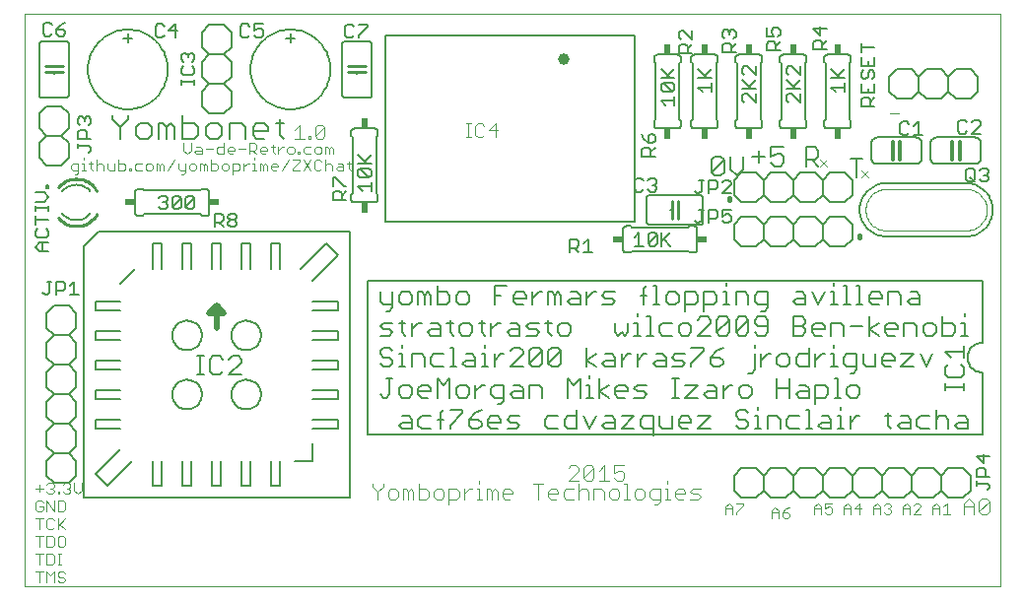
<source format=gto>
G75*
%MOIN*%
%OFA0B0*%
%FSLAX24Y24*%
%IPPOS*%
%LPD*%
%AMOC8*
5,1,8,0,0,1.08239X$1,22.5*
%
%ADD10C,0.0000*%
%ADD11C,0.0040*%
%ADD12C,0.0030*%
%ADD13C,0.0070*%
%ADD14C,0.0060*%
%ADD15C,0.0160*%
%ADD16C,0.0020*%
%ADD17C,0.0050*%
%ADD18C,0.0120*%
%ADD19C,0.0200*%
%ADD20C,0.0100*%
%ADD21C,0.0394*%
%ADD22R,0.0340X0.0240*%
%ADD23R,0.0240X0.0340*%
D10*
X000100Y000175D02*
X000100Y019545D01*
X033092Y019545D01*
X033092Y000175D01*
X000100Y000175D01*
D11*
X011879Y003569D02*
X012053Y003395D01*
X012053Y003135D01*
X012395Y003222D02*
X012482Y003135D01*
X012655Y003135D01*
X012742Y003222D01*
X012742Y003395D01*
X012655Y003482D01*
X012482Y003482D01*
X012395Y003395D01*
X012395Y003222D01*
X012053Y003395D02*
X012226Y003569D01*
X012226Y003656D01*
X011879Y003656D02*
X011879Y003569D01*
X012911Y003482D02*
X012911Y003135D01*
X013084Y003135D02*
X013084Y003395D01*
X013171Y003482D01*
X013258Y003395D01*
X013258Y003135D01*
X013426Y003135D02*
X013687Y003135D01*
X013773Y003222D01*
X013773Y003395D01*
X013687Y003482D01*
X013426Y003482D01*
X013426Y003656D02*
X013426Y003135D01*
X013084Y003395D02*
X012997Y003482D01*
X012911Y003482D01*
X013942Y003395D02*
X013942Y003222D01*
X014029Y003135D01*
X014202Y003135D01*
X014289Y003222D01*
X014289Y003395D01*
X014202Y003482D01*
X014029Y003482D01*
X013942Y003395D01*
X014458Y003482D02*
X014718Y003482D01*
X014805Y003395D01*
X014805Y003222D01*
X014718Y003135D01*
X014458Y003135D01*
X014458Y002962D02*
X014458Y003482D01*
X014973Y003482D02*
X014973Y003135D01*
X014973Y003309D02*
X015147Y003482D01*
X015233Y003482D01*
X015403Y003482D02*
X015490Y003482D01*
X015490Y003135D01*
X015576Y003135D02*
X015403Y003135D01*
X015747Y003135D02*
X015747Y003482D01*
X015833Y003482D01*
X015920Y003395D01*
X016007Y003482D01*
X016094Y003395D01*
X016094Y003135D01*
X015920Y003135D02*
X015920Y003395D01*
X016262Y003395D02*
X016262Y003222D01*
X016349Y003135D01*
X016523Y003135D01*
X016609Y003309D02*
X016262Y003309D01*
X016262Y003395D02*
X016349Y003482D01*
X016523Y003482D01*
X016609Y003395D01*
X016609Y003309D01*
X017294Y003656D02*
X017641Y003656D01*
X017467Y003656D02*
X017467Y003135D01*
X017809Y003222D02*
X017809Y003395D01*
X017896Y003482D01*
X018069Y003482D01*
X018156Y003395D01*
X018156Y003309D01*
X017809Y003309D01*
X017809Y003222D02*
X017896Y003135D01*
X018069Y003135D01*
X018325Y003222D02*
X018412Y003135D01*
X018672Y003135D01*
X018841Y003135D02*
X018841Y003656D01*
X018842Y003758D02*
X018495Y003758D01*
X018842Y004105D01*
X018842Y004192D01*
X018755Y004278D01*
X018582Y004278D01*
X018495Y004192D01*
X019011Y004192D02*
X019011Y003845D01*
X019358Y004192D01*
X019358Y003845D01*
X019271Y003758D01*
X019097Y003758D01*
X019011Y003845D01*
X019526Y003758D02*
X019873Y003758D01*
X019700Y003758D02*
X019700Y004278D01*
X019526Y004105D01*
X019358Y004192D02*
X019271Y004278D01*
X019097Y004278D01*
X019011Y004192D01*
X020042Y004278D02*
X020042Y004018D01*
X020215Y004105D01*
X020302Y004105D01*
X020389Y004018D01*
X020389Y003845D01*
X020302Y003758D01*
X020129Y003758D01*
X020042Y003845D01*
X020387Y003656D02*
X020474Y003656D01*
X020474Y003135D01*
X020387Y003135D02*
X020561Y003135D01*
X020731Y003222D02*
X020818Y003135D01*
X020991Y003135D01*
X021078Y003222D01*
X021078Y003395D01*
X020991Y003482D01*
X020818Y003482D01*
X020731Y003395D01*
X020731Y003222D01*
X020219Y003222D02*
X020132Y003135D01*
X019959Y003135D01*
X019872Y003222D01*
X019872Y003395D01*
X019959Y003482D01*
X020132Y003482D01*
X020219Y003395D01*
X020219Y003222D01*
X019703Y003135D02*
X019703Y003395D01*
X019616Y003482D01*
X019356Y003482D01*
X019356Y003135D01*
X019187Y003135D02*
X019187Y003395D01*
X019101Y003482D01*
X018927Y003482D01*
X018841Y003395D01*
X018672Y003482D02*
X018412Y003482D01*
X018325Y003395D01*
X018325Y003222D01*
X020042Y004278D02*
X020389Y004278D01*
X021247Y003395D02*
X021247Y003222D01*
X021334Y003135D01*
X021594Y003135D01*
X021594Y003048D02*
X021594Y003482D01*
X021334Y003482D01*
X021247Y003395D01*
X021762Y003482D02*
X021849Y003482D01*
X021849Y003135D01*
X021762Y003135D02*
X021936Y003135D01*
X022106Y003222D02*
X022193Y003135D01*
X022366Y003135D01*
X022453Y003309D02*
X022106Y003309D01*
X022106Y003395D02*
X022106Y003222D01*
X022106Y003395D02*
X022193Y003482D01*
X022366Y003482D01*
X022453Y003395D01*
X022453Y003309D01*
X022622Y003395D02*
X022709Y003482D01*
X022969Y003482D01*
X022882Y003309D02*
X022709Y003309D01*
X022622Y003395D01*
X022882Y003309D02*
X022969Y003222D01*
X022882Y003135D01*
X022622Y003135D01*
X021849Y003656D02*
X021849Y003742D01*
X021594Y003048D02*
X021507Y002962D01*
X021420Y002962D01*
X015490Y003656D02*
X015490Y003742D01*
X031870Y002979D02*
X031870Y002632D01*
X031870Y002893D02*
X032217Y002893D01*
X032217Y002979D02*
X032217Y002632D01*
X032385Y002719D02*
X032732Y003066D01*
X032732Y002719D01*
X032646Y002632D01*
X032472Y002632D01*
X032385Y002719D01*
X032385Y003066D01*
X032472Y003153D01*
X032646Y003153D01*
X032732Y003066D01*
X032217Y002979D02*
X032043Y003153D01*
X031870Y002979D01*
X016039Y015380D02*
X016039Y015841D01*
X015809Y015611D01*
X016116Y015611D01*
X015656Y015764D02*
X015579Y015841D01*
X015426Y015841D01*
X015349Y015764D01*
X015349Y015457D01*
X015426Y015380D01*
X015579Y015380D01*
X015656Y015457D01*
X015195Y015380D02*
X015042Y015380D01*
X015119Y015380D02*
X015119Y015841D01*
X015195Y015841D02*
X015042Y015841D01*
X010249Y015716D02*
X010249Y015409D01*
X010173Y015332D01*
X010019Y015332D01*
X009942Y015409D01*
X010249Y015716D01*
X010173Y015793D01*
X010019Y015793D01*
X009942Y015716D01*
X009942Y015409D01*
X009789Y015409D02*
X009789Y015332D01*
X009712Y015332D01*
X009712Y015409D01*
X009789Y015409D01*
X009559Y015332D02*
X009252Y015332D01*
X009405Y015332D02*
X009405Y015793D01*
X009252Y015639D01*
X029370Y016175D02*
X029677Y016175D01*
D12*
X027258Y014636D02*
X027011Y014389D01*
X027011Y014636D02*
X027258Y014389D01*
X028409Y014272D02*
X028656Y014025D01*
X028409Y014025D02*
X028656Y014272D01*
X011132Y014253D02*
X011070Y014315D01*
X011070Y014561D01*
X011008Y014500D02*
X011132Y014500D01*
X010887Y014438D02*
X010887Y014253D01*
X010702Y014253D01*
X010640Y014315D01*
X010702Y014376D01*
X010887Y014376D01*
X010887Y014438D02*
X010825Y014500D01*
X010702Y014500D01*
X010518Y014438D02*
X010518Y014253D01*
X010518Y014438D02*
X010457Y014500D01*
X010333Y014500D01*
X010272Y014438D01*
X010150Y014315D02*
X010088Y014253D01*
X009965Y014253D01*
X009903Y014315D01*
X009903Y014561D01*
X009965Y014623D01*
X010088Y014623D01*
X010150Y014561D01*
X010272Y014623D02*
X010272Y014253D01*
X009782Y014253D02*
X009535Y014623D01*
X009413Y014623D02*
X009413Y014561D01*
X009167Y014315D01*
X009167Y014253D01*
X009413Y014253D01*
X009535Y014253D02*
X009782Y014623D01*
X009788Y014815D02*
X009603Y014815D01*
X009541Y014877D01*
X009541Y015001D01*
X009603Y015062D01*
X009788Y015062D01*
X009910Y015001D02*
X009910Y014877D01*
X009971Y014815D01*
X010095Y014815D01*
X010157Y014877D01*
X010157Y015001D01*
X010095Y015062D01*
X009971Y015062D01*
X009910Y015001D01*
X010278Y015062D02*
X010278Y014815D01*
X010401Y014815D02*
X010401Y015001D01*
X010463Y015062D01*
X010525Y015001D01*
X010525Y014815D01*
X010401Y015001D02*
X010340Y015062D01*
X010278Y015062D01*
X009419Y014877D02*
X009419Y014815D01*
X009357Y014815D01*
X009357Y014877D01*
X009419Y014877D01*
X009236Y014877D02*
X009236Y015001D01*
X009174Y015062D01*
X009051Y015062D01*
X008989Y015001D01*
X008989Y014877D01*
X009051Y014815D01*
X009174Y014815D01*
X009236Y014877D01*
X009167Y014623D02*
X009413Y014623D01*
X009045Y014623D02*
X008798Y014253D01*
X008677Y014376D02*
X008430Y014376D01*
X008430Y014315D02*
X008430Y014438D01*
X008492Y014500D01*
X008615Y014500D01*
X008677Y014438D01*
X008677Y014376D01*
X008615Y014253D02*
X008492Y014253D01*
X008430Y014315D01*
X008309Y014253D02*
X008309Y014438D01*
X008247Y014500D01*
X008185Y014438D01*
X008185Y014253D01*
X008062Y014253D02*
X008062Y014500D01*
X008123Y014500D01*
X008185Y014438D01*
X007940Y014253D02*
X007816Y014253D01*
X007878Y014253D02*
X007878Y014500D01*
X007816Y014500D01*
X007694Y014500D02*
X007633Y014500D01*
X007509Y014376D01*
X007509Y014253D02*
X007509Y014500D01*
X007388Y014438D02*
X007388Y014315D01*
X007326Y014253D01*
X007141Y014253D01*
X007141Y014129D02*
X007141Y014500D01*
X007326Y014500D01*
X007388Y014438D01*
X007019Y014438D02*
X007019Y014315D01*
X006958Y014253D01*
X006834Y014253D01*
X006773Y014315D01*
X006773Y014438D01*
X006834Y014500D01*
X006958Y014500D01*
X007019Y014438D01*
X006651Y014438D02*
X006651Y014315D01*
X006589Y014253D01*
X006404Y014253D01*
X006404Y014623D01*
X006404Y014500D02*
X006589Y014500D01*
X006651Y014438D01*
X006283Y014438D02*
X006283Y014253D01*
X006159Y014253D02*
X006159Y014438D01*
X006221Y014500D01*
X006283Y014438D01*
X006159Y014438D02*
X006098Y014500D01*
X006036Y014500D01*
X006036Y014253D01*
X005915Y014315D02*
X005915Y014438D01*
X005853Y014500D01*
X005729Y014500D01*
X005668Y014438D01*
X005668Y014315D01*
X005729Y014253D01*
X005853Y014253D01*
X005915Y014315D01*
X005546Y014253D02*
X005361Y014253D01*
X005299Y014315D01*
X005299Y014500D01*
X005178Y014623D02*
X004931Y014253D01*
X004810Y014253D02*
X004810Y014438D01*
X004748Y014500D01*
X004686Y014438D01*
X004686Y014253D01*
X004563Y014253D02*
X004563Y014500D01*
X004624Y014500D01*
X004686Y014438D01*
X004441Y014438D02*
X004441Y014315D01*
X004380Y014253D01*
X004256Y014253D01*
X004194Y014315D01*
X004194Y014438D01*
X004256Y014500D01*
X004380Y014500D01*
X004441Y014438D01*
X004073Y014500D02*
X003888Y014500D01*
X003826Y014438D01*
X003826Y014315D01*
X003888Y014253D01*
X004073Y014253D01*
X003704Y014253D02*
X003642Y014253D01*
X003642Y014315D01*
X003704Y014315D01*
X003704Y014253D01*
X003520Y014315D02*
X003520Y014438D01*
X003459Y014500D01*
X003274Y014500D01*
X003152Y014500D02*
X003152Y014253D01*
X002967Y014253D01*
X002905Y014315D01*
X002905Y014500D01*
X002784Y014438D02*
X002784Y014253D01*
X002784Y014438D02*
X002722Y014500D01*
X002599Y014500D01*
X002537Y014438D01*
X002415Y014500D02*
X002291Y014500D01*
X002353Y014561D02*
X002353Y014315D01*
X002415Y014253D01*
X002537Y014253D02*
X002537Y014623D01*
X002108Y014623D02*
X002108Y014685D01*
X002108Y014500D02*
X002108Y014253D01*
X002169Y014253D02*
X002046Y014253D01*
X001924Y014253D02*
X001739Y014253D01*
X001678Y014315D01*
X001678Y014438D01*
X001739Y014500D01*
X001924Y014500D01*
X001924Y014191D01*
X001863Y014129D01*
X001801Y014129D01*
X002046Y014500D02*
X002108Y014500D01*
X003274Y014623D02*
X003274Y014253D01*
X003459Y014253D01*
X003520Y014315D01*
X005423Y014129D02*
X005484Y014129D01*
X005546Y014191D01*
X005546Y014500D01*
X005613Y014815D02*
X005737Y014939D01*
X005737Y015186D01*
X005920Y015062D02*
X006043Y015062D01*
X006105Y015001D01*
X006105Y014815D01*
X005920Y014815D01*
X005858Y014877D01*
X005920Y014939D01*
X006105Y014939D01*
X006227Y015001D02*
X006473Y015001D01*
X006595Y015001D02*
X006657Y015062D01*
X006842Y015062D01*
X006842Y015186D02*
X006842Y014815D01*
X006657Y014815D01*
X006595Y014877D01*
X006595Y015001D01*
X006963Y015001D02*
X006963Y014877D01*
X007025Y014815D01*
X007148Y014815D01*
X007210Y014939D02*
X006963Y014939D01*
X006963Y015001D02*
X007025Y015062D01*
X007148Y015062D01*
X007210Y015001D01*
X007210Y014939D01*
X007331Y015001D02*
X007578Y015001D01*
X007700Y014939D02*
X007885Y014939D01*
X007947Y015001D01*
X007947Y015124D01*
X007885Y015186D01*
X007700Y015186D01*
X007700Y014815D01*
X007823Y014939D02*
X007947Y014815D01*
X008068Y014877D02*
X008068Y015001D01*
X008130Y015062D01*
X008253Y015062D01*
X008315Y015001D01*
X008315Y014939D01*
X008068Y014939D01*
X008068Y014877D02*
X008130Y014815D01*
X008253Y014815D01*
X008498Y014877D02*
X008498Y015124D01*
X008436Y015062D02*
X008560Y015062D01*
X008682Y015062D02*
X008682Y014815D01*
X008560Y014815D02*
X008498Y014877D01*
X008682Y014939D02*
X008805Y015062D01*
X008867Y015062D01*
X007878Y014685D02*
X007878Y014623D01*
X005613Y014815D02*
X005490Y014939D01*
X005490Y015186D01*
X002026Y003685D02*
X002026Y003438D01*
X001902Y003315D01*
X001779Y003438D01*
X001779Y003685D01*
X001658Y003624D02*
X001658Y003562D01*
X001596Y003500D01*
X001658Y003438D01*
X001658Y003377D01*
X001596Y003315D01*
X001472Y003315D01*
X001411Y003377D01*
X001288Y003377D02*
X001288Y003315D01*
X001227Y003315D01*
X001227Y003377D01*
X001288Y003377D01*
X001105Y003377D02*
X001043Y003315D01*
X000920Y003315D01*
X000858Y003377D01*
X000737Y003500D02*
X000490Y003500D01*
X000613Y003377D02*
X000613Y003624D01*
X000858Y003624D02*
X000920Y003685D01*
X001043Y003685D01*
X001105Y003624D01*
X001105Y003562D01*
X001043Y003500D01*
X001105Y003438D01*
X001105Y003377D01*
X001043Y003500D02*
X000982Y003500D01*
X001105Y003085D02*
X001105Y002715D01*
X000858Y003085D01*
X000858Y002715D01*
X000737Y002777D02*
X000675Y002715D01*
X000552Y002715D01*
X000490Y002777D01*
X000490Y003024D01*
X000552Y003085D01*
X000675Y003085D01*
X000737Y003024D01*
X000737Y002900D02*
X000613Y002900D01*
X000737Y002900D02*
X000737Y002777D01*
X001227Y002715D02*
X001412Y002715D01*
X001473Y002777D01*
X001473Y003024D01*
X001412Y003085D01*
X001227Y003085D01*
X001227Y002715D01*
X001227Y002485D02*
X001227Y002115D01*
X001227Y002238D02*
X001473Y002485D01*
X001288Y002300D02*
X001473Y002115D01*
X001412Y001885D02*
X001288Y001885D01*
X001227Y001824D01*
X001227Y001577D01*
X001288Y001515D01*
X001412Y001515D01*
X001473Y001577D01*
X001473Y001824D01*
X001412Y001885D01*
X001105Y001824D02*
X001105Y001577D01*
X001043Y001515D01*
X000858Y001515D01*
X000858Y001885D01*
X001043Y001885D01*
X001105Y001824D01*
X001043Y002115D02*
X000920Y002115D01*
X000858Y002177D01*
X000858Y002424D01*
X000920Y002485D01*
X001043Y002485D01*
X001105Y002424D01*
X001105Y002177D02*
X001043Y002115D01*
X000737Y001885D02*
X000490Y001885D01*
X000613Y001885D02*
X000613Y001515D01*
X000613Y001285D02*
X000613Y000915D01*
X000613Y000685D02*
X000613Y000315D01*
X000858Y000315D02*
X000858Y000685D01*
X000982Y000562D01*
X001105Y000685D01*
X001105Y000315D01*
X001227Y000377D02*
X001288Y000315D01*
X001412Y000315D01*
X001473Y000377D01*
X001473Y000438D01*
X001412Y000500D01*
X001288Y000500D01*
X001227Y000562D01*
X001227Y000624D01*
X001288Y000685D01*
X001412Y000685D01*
X001473Y000624D01*
X001350Y000915D02*
X001227Y000915D01*
X001288Y000915D02*
X001288Y001285D01*
X001227Y001285D02*
X001350Y001285D01*
X001105Y001224D02*
X001043Y001285D01*
X000858Y001285D01*
X000858Y000915D01*
X001043Y000915D01*
X001105Y000977D01*
X001105Y001224D01*
X000737Y001285D02*
X000490Y001285D01*
X000490Y000685D02*
X000737Y000685D01*
X000613Y002115D02*
X000613Y002485D01*
X000490Y002485D02*
X000737Y002485D01*
X001534Y003500D02*
X001596Y003500D01*
X001658Y003624D02*
X001596Y003685D01*
X001472Y003685D01*
X001411Y003624D01*
X023802Y002874D02*
X023802Y002627D01*
X023802Y002813D02*
X024049Y002813D01*
X024049Y002874D02*
X024049Y002627D01*
X024171Y002627D02*
X024171Y002689D01*
X024417Y002936D01*
X024417Y002998D01*
X024171Y002998D01*
X024049Y002874D02*
X023926Y002998D01*
X023802Y002874D01*
X025364Y002749D02*
X025364Y002502D01*
X025364Y002687D02*
X025611Y002687D01*
X025611Y002749D02*
X025611Y002502D01*
X025733Y002564D02*
X025794Y002502D01*
X025918Y002502D01*
X025980Y002564D01*
X025980Y002626D01*
X025918Y002687D01*
X025733Y002687D01*
X025733Y002564D01*
X025733Y002687D02*
X025856Y002811D01*
X025980Y002873D01*
X025611Y002749D02*
X025488Y002873D01*
X025364Y002749D01*
X026802Y002813D02*
X027049Y002813D01*
X027049Y002874D02*
X027049Y002627D01*
X027171Y002689D02*
X027232Y002627D01*
X027356Y002627D01*
X027417Y002689D01*
X027417Y002813D01*
X027356Y002874D01*
X027294Y002874D01*
X027171Y002813D01*
X027171Y002998D01*
X027417Y002998D01*
X027049Y002874D02*
X026926Y002998D01*
X026802Y002874D01*
X026802Y002627D01*
X027802Y002627D02*
X027802Y002874D01*
X027926Y002998D01*
X028049Y002874D01*
X028049Y002627D01*
X028049Y002813D02*
X027802Y002813D01*
X028171Y002813D02*
X028417Y002813D01*
X028356Y002998D02*
X028356Y002627D01*
X028171Y002813D02*
X028356Y002998D01*
X028802Y002874D02*
X028926Y002998D01*
X029049Y002874D01*
X029049Y002627D01*
X029171Y002689D02*
X029232Y002627D01*
X029356Y002627D01*
X029417Y002689D01*
X029417Y002751D01*
X029356Y002813D01*
X029294Y002813D01*
X029356Y002813D02*
X029417Y002874D01*
X029417Y002936D01*
X029356Y002998D01*
X029232Y002998D01*
X029171Y002936D01*
X029049Y002813D02*
X028802Y002813D01*
X028802Y002874D02*
X028802Y002627D01*
X029802Y002627D02*
X029802Y002874D01*
X029926Y002998D01*
X030049Y002874D01*
X030049Y002627D01*
X030171Y002627D02*
X030417Y002874D01*
X030417Y002936D01*
X030356Y002998D01*
X030232Y002998D01*
X030171Y002936D01*
X030049Y002813D02*
X029802Y002813D01*
X030171Y002627D02*
X030417Y002627D01*
X030802Y002627D02*
X030802Y002874D01*
X030926Y002998D01*
X031049Y002874D01*
X031049Y002627D01*
X031171Y002627D02*
X031417Y002627D01*
X031294Y002627D02*
X031294Y002998D01*
X031171Y002874D01*
X031049Y002813D02*
X030802Y002813D01*
D13*
X031247Y006834D02*
X031247Y007044D01*
X031247Y006939D02*
X031877Y006939D01*
X031877Y006834D02*
X031877Y007044D01*
X031772Y007263D02*
X031877Y007368D01*
X031877Y007579D01*
X031772Y007684D01*
X031877Y007908D02*
X031877Y008328D01*
X031877Y008118D02*
X031247Y008118D01*
X031457Y007908D01*
X031352Y007684D02*
X031247Y007579D01*
X031247Y007368D01*
X031352Y007263D01*
X031772Y007263D01*
X008881Y015335D02*
X008749Y015467D01*
X008749Y015994D01*
X008618Y015862D02*
X008881Y015862D01*
X008353Y015730D02*
X008353Y015599D01*
X007826Y015599D01*
X007826Y015730D02*
X007826Y015467D01*
X007957Y015335D01*
X008221Y015335D01*
X008353Y015730D02*
X008221Y015862D01*
X007957Y015862D01*
X007826Y015730D01*
X007561Y015730D02*
X007561Y015335D01*
X007034Y015335D02*
X007034Y015862D01*
X007429Y015862D01*
X007561Y015730D01*
X006769Y015730D02*
X006769Y015467D01*
X006637Y015335D01*
X006374Y015335D01*
X006242Y015467D01*
X006242Y015730D01*
X006374Y015862D01*
X006637Y015862D01*
X006769Y015730D01*
X005977Y015730D02*
X005977Y015467D01*
X005845Y015335D01*
X005450Y015335D01*
X005450Y016126D01*
X005450Y015862D02*
X005845Y015862D01*
X005977Y015730D01*
X005185Y015730D02*
X005185Y015335D01*
X004922Y015335D02*
X004922Y015730D01*
X005054Y015862D01*
X005185Y015730D01*
X004922Y015730D02*
X004790Y015862D01*
X004658Y015862D01*
X004658Y015335D01*
X004393Y015467D02*
X004393Y015730D01*
X004262Y015862D01*
X003998Y015862D01*
X003866Y015730D01*
X003866Y015467D01*
X003998Y015335D01*
X004262Y015335D01*
X004393Y015467D01*
X003602Y015994D02*
X003602Y016126D01*
X003602Y015994D02*
X003338Y015730D01*
X003338Y015335D01*
X003338Y015730D02*
X003074Y015994D01*
X003074Y016126D01*
X005950Y007974D02*
X006160Y007974D01*
X006055Y007974D02*
X006055Y007344D01*
X005950Y007344D02*
X006160Y007344D01*
X006380Y007449D02*
X006485Y007344D01*
X006695Y007344D01*
X006800Y007449D01*
X007024Y007344D02*
X007445Y007764D01*
X007445Y007869D01*
X007340Y007974D01*
X007129Y007974D01*
X007024Y007869D01*
X006800Y007869D02*
X006695Y007974D01*
X006485Y007974D01*
X006380Y007869D01*
X006380Y007449D01*
X007024Y007344D02*
X007445Y007344D01*
D14*
X011700Y005325D02*
X032500Y005325D01*
X032500Y007425D01*
X032456Y007427D01*
X032413Y007433D01*
X032371Y007442D01*
X032329Y007455D01*
X032289Y007472D01*
X032250Y007492D01*
X032213Y007515D01*
X032179Y007542D01*
X032146Y007571D01*
X032117Y007604D01*
X032090Y007638D01*
X032067Y007675D01*
X032047Y007714D01*
X032030Y007754D01*
X032017Y007796D01*
X032008Y007838D01*
X032002Y007881D01*
X032000Y007925D01*
X032002Y007969D01*
X032008Y008012D01*
X032017Y008054D01*
X032030Y008096D01*
X032047Y008136D01*
X032067Y008175D01*
X032090Y008212D01*
X032117Y008246D01*
X032146Y008279D01*
X032179Y008308D01*
X032213Y008335D01*
X032250Y008358D01*
X032289Y008378D01*
X032329Y008395D01*
X032371Y008408D01*
X032413Y008417D01*
X032456Y008423D01*
X032500Y008425D01*
X032500Y010525D01*
X011700Y010525D01*
X011700Y005325D01*
X012775Y005624D02*
X012881Y005731D01*
X013202Y005731D01*
X013202Y005838D02*
X013202Y005518D01*
X012881Y005518D01*
X012775Y005624D01*
X013095Y005945D02*
X013202Y005838D01*
X013095Y005945D02*
X012881Y005945D01*
X013419Y005838D02*
X013419Y005624D01*
X013526Y005518D01*
X013846Y005518D01*
X014170Y005518D02*
X014170Y006051D01*
X014277Y006158D01*
X014493Y006158D02*
X014920Y006158D01*
X014920Y006051D01*
X014493Y005624D01*
X014493Y005518D01*
X014277Y005838D02*
X014064Y005838D01*
X013846Y005945D02*
X013526Y005945D01*
X013419Y005838D01*
X013526Y006568D02*
X013419Y006674D01*
X013419Y006888D01*
X013526Y006995D01*
X013739Y006995D01*
X013846Y006888D01*
X013846Y006781D01*
X013419Y006781D01*
X013526Y006568D02*
X013739Y006568D01*
X014064Y006568D02*
X014064Y007208D01*
X014277Y006995D01*
X014491Y007208D01*
X014491Y006568D01*
X014708Y006674D02*
X014815Y006568D01*
X015028Y006568D01*
X015135Y006674D01*
X015135Y006888D01*
X015028Y006995D01*
X014815Y006995D01*
X014708Y006888D01*
X014708Y006674D01*
X015353Y006568D02*
X015353Y006995D01*
X015566Y006995D02*
X015673Y006995D01*
X015566Y006995D02*
X015353Y006781D01*
X015890Y006674D02*
X015997Y006568D01*
X016317Y006568D01*
X016317Y006461D02*
X016210Y006354D01*
X016103Y006354D01*
X016317Y006461D02*
X016317Y006995D01*
X015997Y006995D01*
X015890Y006888D01*
X015890Y006674D01*
X015565Y006158D02*
X015351Y006051D01*
X015138Y005838D01*
X015458Y005838D01*
X015565Y005731D01*
X015565Y005624D01*
X015458Y005518D01*
X015245Y005518D01*
X015138Y005624D01*
X015138Y005838D01*
X015782Y005838D02*
X015782Y005624D01*
X015889Y005518D01*
X016103Y005518D01*
X016209Y005731D02*
X015782Y005731D01*
X015782Y005838D02*
X015889Y005945D01*
X016103Y005945D01*
X016209Y005838D01*
X016209Y005731D01*
X016427Y005838D02*
X016534Y005945D01*
X016854Y005945D01*
X016747Y005731D02*
X016534Y005731D01*
X016427Y005838D01*
X016427Y005518D02*
X016747Y005518D01*
X016854Y005624D01*
X016747Y005731D01*
X017716Y005624D02*
X017823Y005518D01*
X018143Y005518D01*
X018361Y005624D02*
X018361Y005838D01*
X018467Y005945D01*
X018788Y005945D01*
X018788Y006158D02*
X018788Y005518D01*
X018467Y005518D01*
X018361Y005624D01*
X018143Y005945D02*
X017823Y005945D01*
X017716Y005838D01*
X017716Y005624D01*
X019005Y005945D02*
X019219Y005518D01*
X019432Y005945D01*
X019757Y005945D02*
X019970Y005945D01*
X020077Y005838D01*
X020077Y005518D01*
X019757Y005518D01*
X019650Y005624D01*
X019757Y005731D01*
X020077Y005731D01*
X020294Y005518D02*
X020721Y005518D01*
X020939Y005624D02*
X020939Y005838D01*
X021046Y005945D01*
X021366Y005945D01*
X021366Y005304D01*
X021366Y005518D02*
X021046Y005518D01*
X020939Y005624D01*
X020721Y005945D02*
X020294Y005945D01*
X020721Y005945D02*
X020294Y005518D01*
X021583Y005624D02*
X021690Y005518D01*
X022010Y005518D01*
X022010Y005945D01*
X022228Y005838D02*
X022335Y005945D01*
X022548Y005945D01*
X022655Y005838D01*
X022655Y005731D01*
X022228Y005731D01*
X022228Y005624D02*
X022228Y005838D01*
X022228Y005624D02*
X022335Y005518D01*
X022548Y005518D01*
X022872Y005518D02*
X023300Y005518D01*
X023300Y005945D02*
X022872Y005945D01*
X022872Y005518D02*
X023300Y005945D01*
X024162Y005945D02*
X024268Y005838D01*
X024482Y005838D01*
X024589Y005731D01*
X024589Y005624D01*
X024482Y005518D01*
X024268Y005518D01*
X024162Y005624D01*
X024162Y005945D02*
X024162Y006051D01*
X024268Y006158D01*
X024482Y006158D01*
X024589Y006051D01*
X024806Y005945D02*
X024913Y005945D01*
X024913Y005518D01*
X024806Y005518D02*
X025020Y005518D01*
X025236Y005518D02*
X025236Y005945D01*
X025556Y005945D01*
X025663Y005838D01*
X025663Y005518D01*
X025880Y005624D02*
X025987Y005518D01*
X026307Y005518D01*
X026525Y005518D02*
X026738Y005518D01*
X026632Y005518D02*
X026632Y006158D01*
X026525Y006158D01*
X026307Y005945D02*
X025987Y005945D01*
X025880Y005838D01*
X025880Y005624D01*
X024913Y006158D02*
X024913Y006265D01*
X024589Y006568D02*
X024376Y006568D01*
X024269Y006674D01*
X024269Y006888D01*
X024376Y006995D01*
X024589Y006995D01*
X024696Y006888D01*
X024696Y006674D01*
X024589Y006568D01*
X024052Y006995D02*
X023945Y006995D01*
X023732Y006781D01*
X023732Y006568D02*
X023732Y006995D01*
X023514Y006888D02*
X023514Y006568D01*
X023194Y006568D01*
X023087Y006674D01*
X023194Y006781D01*
X023514Y006781D01*
X023514Y006888D02*
X023408Y006995D01*
X023194Y006995D01*
X022870Y006995D02*
X022443Y006568D01*
X022870Y006568D01*
X022870Y006995D02*
X022443Y006995D01*
X022227Y007208D02*
X022013Y007208D01*
X022120Y007208D02*
X022120Y006568D01*
X022013Y006568D02*
X022227Y006568D01*
X021583Y005945D02*
X021583Y005624D01*
X021044Y006568D02*
X020724Y006568D01*
X020831Y006781D02*
X020724Y006888D01*
X020831Y006995D01*
X021151Y006995D01*
X021044Y006781D02*
X020831Y006781D01*
X021044Y006781D02*
X021151Y006674D01*
X021044Y006568D01*
X020506Y006781D02*
X020506Y006888D01*
X020400Y006995D01*
X020186Y006995D01*
X020079Y006888D01*
X020079Y006674D01*
X020186Y006568D01*
X020400Y006568D01*
X020506Y006781D02*
X020079Y006781D01*
X019863Y006568D02*
X019542Y006781D01*
X019863Y006995D01*
X019542Y007208D02*
X019542Y006568D01*
X019326Y006568D02*
X019113Y006568D01*
X019219Y006568D02*
X019219Y006995D01*
X019113Y006995D01*
X019219Y007208D02*
X019219Y007315D01*
X019113Y007618D02*
X019113Y008258D01*
X019433Y008045D02*
X019113Y007831D01*
X019433Y007618D01*
X019650Y007724D02*
X019757Y007831D01*
X020077Y007831D01*
X020077Y007938D02*
X020077Y007618D01*
X019757Y007618D01*
X019650Y007724D01*
X019757Y008045D02*
X019970Y008045D01*
X020077Y007938D01*
X020294Y008045D02*
X020294Y007618D01*
X020294Y007831D02*
X020508Y008045D01*
X020615Y008045D01*
X020831Y008045D02*
X020831Y007618D01*
X020831Y007831D02*
X021045Y008045D01*
X021152Y008045D01*
X021475Y008045D02*
X021689Y008045D01*
X021796Y007938D01*
X021796Y007618D01*
X021475Y007618D01*
X021369Y007724D01*
X021475Y007831D01*
X021796Y007831D01*
X022013Y007938D02*
X022120Y008045D01*
X022440Y008045D01*
X022333Y007831D02*
X022120Y007831D01*
X022013Y007938D01*
X022333Y007831D02*
X022440Y007724D01*
X022333Y007618D01*
X022013Y007618D01*
X022658Y007618D02*
X022658Y007724D01*
X023085Y008151D01*
X023085Y008258D01*
X022658Y008258D01*
X022548Y008668D02*
X022655Y008774D01*
X022655Y008988D01*
X022548Y009095D01*
X022335Y009095D01*
X022228Y008988D01*
X022228Y008774D01*
X022335Y008668D01*
X022548Y008668D01*
X022872Y008668D02*
X023300Y009095D01*
X023300Y009201D01*
X023193Y009308D01*
X022979Y009308D01*
X022872Y009201D01*
X023087Y009504D02*
X023087Y010145D01*
X023408Y010145D01*
X023514Y010038D01*
X023514Y009824D01*
X023408Y009718D01*
X023087Y009718D01*
X022870Y009824D02*
X022763Y009718D01*
X022443Y009718D01*
X022443Y009504D02*
X022443Y010145D01*
X022763Y010145D01*
X022870Y010038D01*
X022870Y009824D01*
X022225Y009824D02*
X022119Y009718D01*
X021905Y009718D01*
X021798Y009824D01*
X021798Y010038D01*
X021905Y010145D01*
X022119Y010145D01*
X022225Y010038D01*
X022225Y009824D01*
X021582Y009718D02*
X021369Y009718D01*
X021475Y009718D02*
X021475Y010358D01*
X021369Y010358D01*
X021152Y010358D02*
X021046Y010251D01*
X021046Y009718D01*
X020939Y010038D02*
X021152Y010038D01*
X020077Y010145D02*
X019757Y010145D01*
X019650Y010038D01*
X019757Y009931D01*
X019970Y009931D01*
X020077Y009824D01*
X019970Y009718D01*
X019650Y009718D01*
X019433Y010145D02*
X019326Y010145D01*
X019113Y009931D01*
X019113Y009718D02*
X019113Y010145D01*
X018895Y010038D02*
X018895Y009718D01*
X018575Y009718D01*
X018468Y009824D01*
X018575Y009931D01*
X018895Y009931D01*
X018895Y010038D02*
X018788Y010145D01*
X018575Y010145D01*
X018251Y010038D02*
X018251Y009718D01*
X018037Y009718D02*
X018037Y010038D01*
X018144Y010145D01*
X018251Y010038D01*
X018037Y010038D02*
X017930Y010145D01*
X017824Y010145D01*
X017824Y009718D01*
X017500Y010145D02*
X017286Y009931D01*
X017286Y009718D02*
X017286Y010145D01*
X017500Y010145D02*
X017607Y010145D01*
X017069Y010038D02*
X017069Y009931D01*
X016642Y009931D01*
X016642Y009824D02*
X016642Y010038D01*
X016749Y010145D01*
X016962Y010145D01*
X017069Y010038D01*
X016749Y009718D02*
X016642Y009824D01*
X016749Y009718D02*
X016962Y009718D01*
X016747Y009095D02*
X016534Y009095D01*
X016747Y009095D02*
X016854Y008988D01*
X016854Y008668D01*
X016534Y008668D01*
X016427Y008774D01*
X016534Y008881D01*
X016854Y008881D01*
X017072Y008988D02*
X017178Y009095D01*
X017499Y009095D01*
X017716Y009095D02*
X017930Y009095D01*
X017823Y009201D02*
X017823Y008774D01*
X017930Y008668D01*
X018146Y008774D02*
X018253Y008668D01*
X018466Y008668D01*
X018573Y008774D01*
X018573Y008988D01*
X018466Y009095D01*
X018253Y009095D01*
X018146Y008988D01*
X018146Y008774D01*
X018144Y008258D02*
X018251Y008151D01*
X017824Y007724D01*
X017930Y007618D01*
X018144Y007618D01*
X018251Y007724D01*
X018251Y008151D01*
X018144Y008258D02*
X017930Y008258D01*
X017824Y008151D01*
X017824Y007724D01*
X017606Y007724D02*
X017499Y007618D01*
X017286Y007618D01*
X017179Y007724D01*
X017606Y008151D01*
X017606Y007724D01*
X017179Y007724D02*
X017179Y008151D01*
X017286Y008258D01*
X017499Y008258D01*
X017606Y008151D01*
X016961Y008151D02*
X016961Y008045D01*
X016534Y007618D01*
X016961Y007618D01*
X016318Y008045D02*
X016211Y008045D01*
X015997Y007831D01*
X015997Y007618D02*
X015997Y008045D01*
X015674Y008045D02*
X015674Y007618D01*
X015568Y007618D02*
X015781Y007618D01*
X015350Y007618D02*
X015030Y007618D01*
X014923Y007724D01*
X015030Y007831D01*
X015350Y007831D01*
X015350Y007938D02*
X015243Y008045D01*
X015030Y008045D01*
X015350Y007938D02*
X015350Y007618D01*
X015568Y008045D02*
X015674Y008045D01*
X015674Y008258D02*
X015674Y008365D01*
X015674Y008668D02*
X015567Y008774D01*
X015567Y009201D01*
X015460Y009095D02*
X015674Y009095D01*
X015890Y009095D02*
X015890Y008668D01*
X015890Y008881D02*
X016103Y009095D01*
X016210Y009095D01*
X015997Y009718D02*
X015997Y010358D01*
X016424Y010358D01*
X016211Y010038D02*
X015997Y010038D01*
X015135Y010038D02*
X015135Y009824D01*
X015028Y009718D01*
X014815Y009718D01*
X014708Y009824D01*
X014708Y010038D01*
X014815Y010145D01*
X015028Y010145D01*
X015135Y010038D01*
X014491Y010038D02*
X014491Y009824D01*
X014384Y009718D01*
X014064Y009718D01*
X014064Y010358D01*
X014064Y010145D02*
X014384Y010145D01*
X014491Y010038D01*
X013846Y010038D02*
X013846Y009718D01*
X013633Y009718D02*
X013633Y010038D01*
X013739Y010145D01*
X013846Y010038D01*
X013633Y010038D02*
X013526Y010145D01*
X013419Y010145D01*
X013419Y009718D01*
X013202Y009824D02*
X013202Y010038D01*
X013095Y010145D01*
X012881Y010145D01*
X012775Y010038D01*
X012775Y009824D01*
X012881Y009718D01*
X013095Y009718D01*
X013202Y009824D01*
X012557Y009718D02*
X012237Y009718D01*
X012130Y009824D01*
X012130Y010145D01*
X012557Y010145D02*
X012557Y009611D01*
X012450Y009504D01*
X012344Y009504D01*
X012237Y009095D02*
X012557Y009095D01*
X012775Y009095D02*
X012988Y009095D01*
X012881Y009201D02*
X012881Y008774D01*
X012988Y008668D01*
X013204Y008668D02*
X013204Y009095D01*
X013204Y008881D02*
X013418Y009095D01*
X013525Y009095D01*
X013848Y009095D02*
X014062Y009095D01*
X014168Y008988D01*
X014168Y008668D01*
X013848Y008668D01*
X013741Y008774D01*
X013848Y008881D01*
X014168Y008881D01*
X014386Y009095D02*
X014599Y009095D01*
X014493Y009201D02*
X014493Y008774D01*
X014599Y008668D01*
X014816Y008774D02*
X014816Y008988D01*
X014922Y009095D01*
X015136Y009095D01*
X015243Y008988D01*
X015243Y008774D01*
X015136Y008668D01*
X014922Y008668D01*
X014816Y008774D01*
X014600Y008258D02*
X014600Y007618D01*
X014493Y007618D02*
X014707Y007618D01*
X014276Y007618D02*
X013956Y007618D01*
X013849Y007724D01*
X013849Y007938D01*
X013956Y008045D01*
X014276Y008045D01*
X014493Y008258D02*
X014600Y008258D01*
X013631Y007938D02*
X013631Y007618D01*
X013631Y007938D02*
X013525Y008045D01*
X013204Y008045D01*
X013204Y007618D01*
X012988Y007618D02*
X012775Y007618D01*
X012881Y007618D02*
X012881Y008045D01*
X012775Y008045D01*
X012557Y008151D02*
X012450Y008258D01*
X012237Y008258D01*
X012130Y008151D01*
X012130Y008045D01*
X012237Y007938D01*
X012450Y007938D01*
X012557Y007831D01*
X012557Y007724D01*
X012450Y007618D01*
X012237Y007618D01*
X012130Y007724D01*
X012344Y007208D02*
X012557Y007208D01*
X012450Y007208D02*
X012450Y006674D01*
X012344Y006568D01*
X012237Y006568D01*
X012130Y006674D01*
X012775Y006674D02*
X012775Y006888D01*
X012881Y006995D01*
X013095Y006995D01*
X013202Y006888D01*
X013202Y006674D01*
X013095Y006568D01*
X012881Y006568D01*
X012775Y006674D01*
X012881Y008258D02*
X012881Y008365D01*
X012557Y008774D02*
X012450Y008881D01*
X012237Y008881D01*
X012130Y008988D01*
X012237Y009095D01*
X012130Y008668D02*
X012450Y008668D01*
X012557Y008774D01*
X016534Y008151D02*
X016641Y008258D01*
X016855Y008258D01*
X016961Y008151D01*
X017072Y008668D02*
X017392Y008668D01*
X017499Y008774D01*
X017392Y008881D01*
X017178Y008881D01*
X017072Y008988D01*
X018468Y007208D02*
X018682Y006995D01*
X018895Y007208D01*
X018895Y006568D01*
X018468Y006568D02*
X018468Y007208D01*
X017606Y006888D02*
X017606Y006568D01*
X017606Y006888D02*
X017499Y006995D01*
X017179Y006995D01*
X017179Y006568D01*
X016961Y006568D02*
X016641Y006568D01*
X016534Y006674D01*
X016641Y006781D01*
X016961Y006781D01*
X016961Y006888D02*
X016855Y006995D01*
X016641Y006995D01*
X016961Y006888D02*
X016961Y006568D01*
X020079Y008774D02*
X020186Y008668D01*
X020293Y008774D01*
X020400Y008668D01*
X020506Y008774D01*
X020506Y009095D01*
X020724Y009095D02*
X020831Y009095D01*
X020831Y008668D01*
X020724Y008668D02*
X020938Y008668D01*
X021154Y008668D02*
X021367Y008668D01*
X021260Y008668D02*
X021260Y009308D01*
X021154Y009308D01*
X020831Y009308D02*
X020831Y009415D01*
X020079Y009095D02*
X020079Y008774D01*
X021583Y008774D02*
X021690Y008668D01*
X022010Y008668D01*
X021583Y008774D02*
X021583Y008988D01*
X021690Y009095D01*
X022010Y009095D01*
X022872Y008668D02*
X023300Y008668D01*
X023517Y008774D02*
X023944Y009201D01*
X023944Y008774D01*
X023837Y008668D01*
X023624Y008668D01*
X023517Y008774D01*
X023517Y009201D01*
X023624Y009308D01*
X023837Y009308D01*
X023944Y009201D01*
X024162Y009201D02*
X024268Y009308D01*
X024482Y009308D01*
X024589Y009201D01*
X024162Y008774D01*
X024268Y008668D01*
X024482Y008668D01*
X024589Y008774D01*
X024589Y009201D01*
X024806Y009201D02*
X024806Y009095D01*
X024913Y008988D01*
X025233Y008988D01*
X025233Y009201D02*
X025233Y008774D01*
X025126Y008668D01*
X024913Y008668D01*
X024806Y008774D01*
X024805Y008365D02*
X024805Y008258D01*
X024805Y008045D02*
X024805Y007511D01*
X024698Y007404D01*
X024591Y007404D01*
X025021Y007618D02*
X025021Y008045D01*
X025021Y007831D02*
X025235Y008045D01*
X025341Y008045D01*
X025558Y007938D02*
X025558Y007724D01*
X025665Y007618D01*
X025878Y007618D01*
X025985Y007724D01*
X025985Y007938D01*
X025878Y008045D01*
X025665Y008045D01*
X025558Y007938D01*
X026203Y007938D02*
X026203Y007724D01*
X026309Y007618D01*
X026630Y007618D01*
X026630Y008258D01*
X026630Y008045D02*
X026309Y008045D01*
X026203Y007938D01*
X026847Y008045D02*
X026847Y007618D01*
X026847Y007831D02*
X027061Y008045D01*
X027167Y008045D01*
X027384Y008045D02*
X027491Y008045D01*
X027491Y007618D01*
X027384Y007618D02*
X027598Y007618D01*
X027814Y007724D02*
X027921Y007618D01*
X028241Y007618D01*
X028241Y007511D02*
X028241Y008045D01*
X027921Y008045D01*
X027814Y007938D01*
X027814Y007724D01*
X028028Y007404D02*
X028134Y007404D01*
X028241Y007511D01*
X028459Y007724D02*
X028565Y007618D01*
X028886Y007618D01*
X028886Y008045D01*
X029103Y007938D02*
X029210Y008045D01*
X029423Y008045D01*
X029530Y007938D01*
X029530Y007831D01*
X029103Y007831D01*
X029103Y007724D02*
X029103Y007938D01*
X029103Y007724D02*
X029210Y007618D01*
X029423Y007618D01*
X029748Y007618D02*
X030175Y007618D01*
X030175Y008045D02*
X029748Y007618D01*
X029748Y008045D02*
X030175Y008045D01*
X030392Y008045D02*
X030606Y007618D01*
X030819Y008045D01*
X030820Y008668D02*
X030927Y008774D01*
X030927Y008988D01*
X030820Y009095D01*
X030606Y009095D01*
X030500Y008988D01*
X030500Y008774D01*
X030606Y008668D01*
X030820Y008668D01*
X031144Y008668D02*
X031464Y008668D01*
X031571Y008774D01*
X031571Y008988D01*
X031464Y009095D01*
X031144Y009095D01*
X031144Y009308D02*
X031144Y008668D01*
X031789Y008668D02*
X032002Y008668D01*
X031896Y008668D02*
X031896Y009095D01*
X031789Y009095D01*
X031896Y009308D02*
X031896Y009415D01*
X030390Y009718D02*
X030069Y009718D01*
X029963Y009824D01*
X030069Y009931D01*
X030390Y009931D01*
X030390Y010038D02*
X030390Y009718D01*
X030390Y010038D02*
X030283Y010145D01*
X030069Y010145D01*
X029745Y010038D02*
X029745Y009718D01*
X029318Y009718D02*
X029318Y010145D01*
X029638Y010145D01*
X029745Y010038D01*
X029100Y010038D02*
X029100Y009931D01*
X028673Y009931D01*
X028673Y009824D02*
X028673Y010038D01*
X028780Y010145D01*
X028994Y010145D01*
X029100Y010038D01*
X028780Y009718D02*
X028673Y009824D01*
X028780Y009718D02*
X028994Y009718D01*
X028673Y009308D02*
X028673Y008668D01*
X028673Y008881D02*
X028994Y009095D01*
X029211Y008988D02*
X029317Y009095D01*
X029531Y009095D01*
X029638Y008988D01*
X029638Y008881D01*
X029211Y008881D01*
X029211Y008774D02*
X029211Y008988D01*
X029211Y008774D02*
X029317Y008668D01*
X029531Y008668D01*
X029855Y008668D02*
X029855Y009095D01*
X030175Y009095D01*
X030282Y008988D01*
X030282Y008668D01*
X028994Y008668D02*
X028673Y008881D01*
X028456Y008988D02*
X028029Y008988D01*
X027811Y008988D02*
X027811Y008668D01*
X027811Y008988D02*
X027705Y009095D01*
X027384Y009095D01*
X027384Y008668D01*
X027167Y008881D02*
X026740Y008881D01*
X026740Y008774D02*
X026740Y008988D01*
X026847Y009095D01*
X027060Y009095D01*
X027167Y008988D01*
X027167Y008881D01*
X027060Y008668D02*
X026847Y008668D01*
X026740Y008774D01*
X026522Y008774D02*
X026522Y008881D01*
X026416Y008988D01*
X026095Y008988D01*
X026095Y008668D02*
X026095Y009308D01*
X026416Y009308D01*
X026522Y009201D01*
X026522Y009095D01*
X026416Y008988D01*
X026522Y008774D02*
X026416Y008668D01*
X026095Y008668D01*
X025233Y009201D02*
X025126Y009308D01*
X024913Y009308D01*
X024806Y009201D01*
X025020Y009504D02*
X025126Y009504D01*
X025233Y009611D01*
X025233Y010145D01*
X024913Y010145D01*
X024806Y010038D01*
X024806Y009824D01*
X024913Y009718D01*
X025233Y009718D01*
X024589Y009718D02*
X024589Y010038D01*
X024482Y010145D01*
X024162Y010145D01*
X024162Y009718D01*
X023945Y009718D02*
X023732Y009718D01*
X023839Y009718D02*
X023839Y010145D01*
X023732Y010145D01*
X023839Y010358D02*
X023839Y010465D01*
X022750Y011475D02*
X022600Y011475D01*
X022550Y011525D01*
X020650Y011525D01*
X020600Y011475D01*
X020450Y011475D01*
X020433Y011477D01*
X020416Y011481D01*
X020400Y011488D01*
X020386Y011498D01*
X020373Y011511D01*
X020363Y011525D01*
X020356Y011541D01*
X020352Y011558D01*
X020350Y011575D01*
X020350Y012275D01*
X020352Y012292D01*
X020356Y012309D01*
X020363Y012325D01*
X020373Y012339D01*
X020386Y012352D01*
X020400Y012362D01*
X020416Y012369D01*
X020433Y012373D01*
X020450Y012375D01*
X020600Y012375D01*
X020650Y012325D01*
X022550Y012325D01*
X022600Y012375D01*
X022750Y012375D01*
X022767Y012373D01*
X022784Y012369D01*
X022800Y012362D01*
X022814Y012352D01*
X022827Y012339D01*
X022837Y012325D01*
X022844Y012309D01*
X022848Y012292D01*
X022850Y012275D01*
X022850Y011575D01*
X022848Y011558D01*
X022844Y011541D01*
X022837Y011525D01*
X022827Y011511D01*
X022814Y011498D01*
X022800Y011488D01*
X022784Y011481D01*
X022767Y011477D01*
X022750Y011475D01*
X024100Y011925D02*
X024100Y012425D01*
X024350Y012675D01*
X024850Y012675D01*
X025100Y012425D01*
X025350Y012675D01*
X025850Y012675D01*
X026100Y012425D01*
X026350Y012675D01*
X026850Y012675D01*
X027100Y012425D01*
X027350Y012675D01*
X027850Y012675D01*
X028100Y012425D01*
X028100Y011925D01*
X027850Y011675D01*
X027350Y011675D01*
X027100Y011925D01*
X026850Y011675D01*
X026350Y011675D01*
X026100Y011925D01*
X026100Y012425D01*
X026100Y011925D02*
X025850Y011675D01*
X025350Y011675D01*
X025100Y011925D01*
X024850Y011675D01*
X024350Y011675D01*
X024100Y011925D01*
X025100Y011925D02*
X025100Y012425D01*
X024850Y013175D02*
X024350Y013175D01*
X024100Y013425D01*
X024100Y013925D01*
X024350Y014175D01*
X024850Y014175D01*
X025100Y013925D01*
X025350Y014175D01*
X025850Y014175D01*
X026100Y013925D01*
X026350Y014175D01*
X026850Y014175D01*
X027100Y013925D01*
X027350Y014175D01*
X027850Y014175D01*
X028100Y013925D01*
X028100Y013425D01*
X027850Y013175D01*
X027350Y013175D01*
X027100Y013425D01*
X026850Y013175D01*
X026350Y013175D01*
X026100Y013425D01*
X026100Y013925D01*
X026100Y013425D02*
X025850Y013175D01*
X025350Y013175D01*
X025100Y013425D01*
X024850Y013175D01*
X025100Y013425D02*
X025100Y013925D01*
X024408Y014305D02*
X024408Y014732D01*
X024712Y014724D02*
X025139Y014724D01*
X025357Y014724D02*
X025570Y014831D01*
X025677Y014831D01*
X025784Y014724D01*
X025784Y014511D01*
X025677Y014404D01*
X025463Y014404D01*
X025357Y014511D01*
X025357Y014724D02*
X025357Y015045D01*
X025784Y015045D01*
X026526Y015045D02*
X026846Y015045D01*
X026953Y014938D01*
X026953Y014724D01*
X026846Y014618D01*
X026526Y014618D01*
X026740Y014618D02*
X026953Y014404D01*
X026526Y014404D02*
X026526Y015045D01*
X026450Y015675D02*
X025750Y015675D01*
X025733Y015677D01*
X025716Y015681D01*
X025700Y015688D01*
X025686Y015698D01*
X025673Y015711D01*
X025663Y015725D01*
X025656Y015741D01*
X025652Y015758D01*
X025650Y015775D01*
X025650Y015925D01*
X025700Y015975D01*
X025700Y017875D01*
X025650Y017925D01*
X025650Y018075D01*
X025652Y018092D01*
X025656Y018109D01*
X025663Y018125D01*
X025673Y018139D01*
X025686Y018152D01*
X025700Y018162D01*
X025716Y018169D01*
X025733Y018173D01*
X025750Y018175D01*
X026450Y018175D01*
X026467Y018173D01*
X026484Y018169D01*
X026500Y018162D01*
X026514Y018152D01*
X026527Y018139D01*
X026537Y018125D01*
X026544Y018109D01*
X026548Y018092D01*
X026550Y018075D01*
X026550Y017925D01*
X026500Y017875D01*
X026500Y015975D01*
X026550Y015925D01*
X026550Y015775D01*
X026548Y015758D01*
X026544Y015741D01*
X026537Y015725D01*
X026527Y015711D01*
X026514Y015698D01*
X026500Y015688D01*
X026484Y015681D01*
X026467Y015677D01*
X026450Y015675D01*
X027150Y015775D02*
X027150Y015925D01*
X027200Y015975D01*
X027200Y017875D01*
X027150Y017925D01*
X027150Y018075D01*
X027152Y018092D01*
X027156Y018109D01*
X027163Y018125D01*
X027173Y018139D01*
X027186Y018152D01*
X027200Y018162D01*
X027216Y018169D01*
X027233Y018173D01*
X027250Y018175D01*
X027950Y018175D01*
X027967Y018173D01*
X027984Y018169D01*
X028000Y018162D01*
X028014Y018152D01*
X028027Y018139D01*
X028037Y018125D01*
X028044Y018109D01*
X028048Y018092D01*
X028050Y018075D01*
X028050Y017925D01*
X028000Y017875D01*
X028000Y015975D01*
X028050Y015925D01*
X028050Y015775D01*
X028048Y015758D01*
X028044Y015741D01*
X028037Y015725D01*
X028027Y015711D01*
X028014Y015698D01*
X028000Y015688D01*
X027984Y015681D01*
X027967Y015677D01*
X027950Y015675D01*
X027250Y015675D01*
X027233Y015677D01*
X027216Y015681D01*
X027200Y015688D01*
X027186Y015698D01*
X027173Y015711D01*
X027163Y015725D01*
X027156Y015741D01*
X027152Y015758D01*
X027150Y015775D01*
X028750Y015175D02*
X028750Y014675D01*
X028752Y014649D01*
X028757Y014623D01*
X028765Y014598D01*
X028777Y014575D01*
X028791Y014553D01*
X028809Y014534D01*
X028828Y014516D01*
X028850Y014502D01*
X028873Y014490D01*
X028898Y014482D01*
X028924Y014477D01*
X028950Y014475D01*
X030250Y014475D01*
X030276Y014477D01*
X030302Y014482D01*
X030327Y014490D01*
X030350Y014502D01*
X030372Y014516D01*
X030391Y014534D01*
X030409Y014553D01*
X030423Y014575D01*
X030435Y014598D01*
X030443Y014623D01*
X030448Y014649D01*
X030450Y014675D01*
X030450Y015175D01*
X030448Y015201D01*
X030443Y015227D01*
X030435Y015252D01*
X030423Y015275D01*
X030409Y015297D01*
X030391Y015316D01*
X030372Y015334D01*
X030350Y015348D01*
X030327Y015360D01*
X030302Y015368D01*
X030276Y015373D01*
X030250Y015375D01*
X028950Y015375D01*
X028924Y015373D01*
X028898Y015368D01*
X028873Y015360D01*
X028850Y015348D01*
X028828Y015334D01*
X028809Y015316D01*
X028791Y015297D01*
X028777Y015275D01*
X028765Y015252D01*
X028757Y015227D01*
X028752Y015201D01*
X028750Y015175D01*
X028454Y014669D02*
X028027Y014669D01*
X028241Y014669D02*
X028241Y014029D01*
X029250Y013825D02*
X031950Y013825D01*
X032250Y014475D02*
X030950Y014475D01*
X030924Y014477D01*
X030898Y014482D01*
X030873Y014490D01*
X030850Y014502D01*
X030828Y014516D01*
X030809Y014534D01*
X030791Y014553D01*
X030777Y014575D01*
X030765Y014598D01*
X030757Y014623D01*
X030752Y014649D01*
X030750Y014675D01*
X030750Y015175D01*
X030752Y015201D01*
X030757Y015227D01*
X030765Y015252D01*
X030777Y015275D01*
X030791Y015297D01*
X030809Y015316D01*
X030828Y015334D01*
X030850Y015348D01*
X030873Y015360D01*
X030898Y015368D01*
X030924Y015373D01*
X030950Y015375D01*
X032250Y015375D01*
X032276Y015373D01*
X032302Y015368D01*
X032327Y015360D01*
X032350Y015348D01*
X032372Y015334D01*
X032391Y015316D01*
X032409Y015297D01*
X032423Y015275D01*
X032435Y015252D01*
X032443Y015227D01*
X032448Y015201D01*
X032450Y015175D01*
X032450Y014675D01*
X032448Y014649D01*
X032443Y014623D01*
X032435Y014598D01*
X032423Y014575D01*
X032409Y014553D01*
X032391Y014534D01*
X032372Y014516D01*
X032350Y014502D01*
X032327Y014490D01*
X032302Y014482D01*
X032276Y014477D01*
X032250Y014475D01*
X031950Y013825D02*
X032009Y013823D01*
X032067Y013817D01*
X032126Y013808D01*
X032183Y013794D01*
X032239Y013777D01*
X032294Y013756D01*
X032348Y013732D01*
X032400Y013704D01*
X032450Y013673D01*
X032498Y013639D01*
X032543Y013602D01*
X032586Y013561D01*
X032627Y013518D01*
X032664Y013473D01*
X032698Y013425D01*
X032729Y013375D01*
X032757Y013323D01*
X032781Y013269D01*
X032802Y013214D01*
X032819Y013158D01*
X032833Y013101D01*
X032842Y013042D01*
X032848Y012984D01*
X032850Y012925D01*
X032848Y012866D01*
X032842Y012808D01*
X032833Y012749D01*
X032819Y012692D01*
X032802Y012636D01*
X032781Y012581D01*
X032757Y012527D01*
X032729Y012475D01*
X032698Y012425D01*
X032664Y012377D01*
X032627Y012332D01*
X032586Y012289D01*
X032543Y012248D01*
X032498Y012211D01*
X032450Y012177D01*
X032400Y012146D01*
X032348Y012118D01*
X032294Y012094D01*
X032239Y012073D01*
X032183Y012056D01*
X032126Y012042D01*
X032067Y012033D01*
X032009Y012027D01*
X031950Y012025D01*
X029250Y012025D01*
X029191Y012027D01*
X029133Y012033D01*
X029074Y012042D01*
X029017Y012056D01*
X028961Y012073D01*
X028906Y012094D01*
X028852Y012118D01*
X028800Y012146D01*
X028750Y012177D01*
X028702Y012211D01*
X028657Y012248D01*
X028614Y012289D01*
X028573Y012332D01*
X028536Y012377D01*
X028502Y012425D01*
X028471Y012475D01*
X028443Y012527D01*
X028419Y012581D01*
X028398Y012636D01*
X028381Y012692D01*
X028367Y012749D01*
X028358Y012808D01*
X028352Y012866D01*
X028350Y012925D01*
X028352Y012984D01*
X028358Y013042D01*
X028367Y013101D01*
X028381Y013158D01*
X028398Y013214D01*
X028419Y013269D01*
X028443Y013323D01*
X028471Y013375D01*
X028502Y013425D01*
X028536Y013473D01*
X028573Y013518D01*
X028614Y013561D01*
X028657Y013602D01*
X028702Y013639D01*
X028750Y013673D01*
X028800Y013704D01*
X028852Y013732D01*
X028906Y013756D01*
X028961Y013777D01*
X029017Y013794D01*
X029074Y013808D01*
X029133Y013817D01*
X029191Y013823D01*
X029250Y013825D01*
X027100Y013925D02*
X027100Y013425D01*
X027100Y012425D02*
X027100Y011925D01*
X027491Y010465D02*
X027491Y010358D01*
X027491Y010145D02*
X027491Y009718D01*
X027384Y009718D02*
X027598Y009718D01*
X027814Y009718D02*
X028028Y009718D01*
X027921Y009718D02*
X027921Y010358D01*
X027814Y010358D01*
X027491Y010145D02*
X027384Y010145D01*
X027167Y010145D02*
X026953Y009718D01*
X026740Y010145D01*
X026522Y010038D02*
X026522Y009718D01*
X026202Y009718D01*
X026095Y009824D01*
X026202Y009931D01*
X026522Y009931D01*
X026522Y010038D02*
X026416Y010145D01*
X026202Y010145D01*
X024162Y009201D02*
X024162Y008774D01*
X023729Y008258D02*
X023516Y008151D01*
X023302Y007938D01*
X023622Y007938D01*
X023729Y007831D01*
X023729Y007724D01*
X023622Y007618D01*
X023409Y007618D01*
X023302Y007724D01*
X023302Y007938D01*
X025558Y007208D02*
X025558Y006568D01*
X025985Y006568D02*
X025985Y007208D01*
X025985Y006888D02*
X025558Y006888D01*
X026203Y006674D02*
X026309Y006781D01*
X026630Y006781D01*
X026630Y006888D02*
X026523Y006995D01*
X026309Y006995D01*
X026630Y006888D02*
X026630Y006568D01*
X026309Y006568D01*
X026203Y006674D01*
X026847Y006568D02*
X027167Y006568D01*
X027274Y006674D01*
X027274Y006888D01*
X027167Y006995D01*
X026847Y006995D01*
X026847Y006354D01*
X027061Y005945D02*
X027275Y005945D01*
X027382Y005838D01*
X027382Y005518D01*
X027061Y005518D01*
X026955Y005624D01*
X027061Y005731D01*
X027382Y005731D01*
X027599Y005518D02*
X027813Y005518D01*
X027706Y005518D02*
X027706Y005945D01*
X027599Y005945D01*
X027706Y006158D02*
X027706Y006265D01*
X028029Y005945D02*
X028029Y005518D01*
X028029Y005731D02*
X028242Y005945D01*
X028349Y005945D01*
X028242Y006568D02*
X028028Y006568D01*
X027921Y006674D01*
X027921Y006888D01*
X028028Y006995D01*
X028242Y006995D01*
X028348Y006888D01*
X028348Y006674D01*
X028242Y006568D01*
X027705Y006568D02*
X027492Y006568D01*
X027599Y006568D02*
X027599Y007208D01*
X027492Y007208D01*
X028459Y007724D02*
X028459Y008045D01*
X027491Y008258D02*
X027491Y008365D01*
X028244Y009718D02*
X028457Y009718D01*
X028350Y009718D02*
X028350Y010358D01*
X028244Y010358D01*
X023050Y012525D02*
X023050Y013325D01*
X023048Y013342D01*
X023044Y013359D01*
X023037Y013375D01*
X023027Y013389D01*
X023014Y013402D01*
X023000Y013412D01*
X022984Y013419D01*
X022967Y013423D01*
X022950Y013425D01*
X021250Y013425D01*
X021233Y013423D01*
X021216Y013419D01*
X021200Y013412D01*
X021186Y013402D01*
X021173Y013389D01*
X021163Y013375D01*
X021156Y013359D01*
X021152Y013342D01*
X021150Y013325D01*
X021150Y012525D01*
X021152Y012508D01*
X021156Y012491D01*
X021163Y012475D01*
X021173Y012461D01*
X021186Y012448D01*
X021200Y012438D01*
X021216Y012431D01*
X021233Y012427D01*
X021250Y012425D01*
X022950Y012425D01*
X022967Y012427D01*
X022984Y012431D01*
X023000Y012438D01*
X023014Y012448D01*
X023027Y012461D01*
X023037Y012475D01*
X023044Y012491D01*
X023048Y012508D01*
X023050Y012525D01*
X022250Y012925D02*
X022200Y012925D01*
X022000Y012925D02*
X021950Y012925D01*
X023336Y014198D02*
X023443Y014091D01*
X023656Y014091D01*
X023763Y014198D01*
X023763Y014625D01*
X023336Y014198D01*
X023336Y014625D01*
X023443Y014732D01*
X023656Y014732D01*
X023763Y014625D01*
X023981Y014732D02*
X023981Y014305D01*
X024194Y014091D01*
X024408Y014305D01*
X024926Y014511D02*
X024926Y014938D01*
X024950Y015675D02*
X024250Y015675D01*
X024233Y015677D01*
X024216Y015681D01*
X024200Y015688D01*
X024186Y015698D01*
X024173Y015711D01*
X024163Y015725D01*
X024156Y015741D01*
X024152Y015758D01*
X024150Y015775D01*
X024150Y015925D01*
X024200Y015975D01*
X024200Y017875D01*
X024150Y017925D01*
X024150Y018075D01*
X024152Y018092D01*
X024156Y018109D01*
X024163Y018125D01*
X024173Y018139D01*
X024186Y018152D01*
X024200Y018162D01*
X024216Y018169D01*
X024233Y018173D01*
X024250Y018175D01*
X024950Y018175D01*
X024967Y018173D01*
X024984Y018169D01*
X025000Y018162D01*
X025014Y018152D01*
X025027Y018139D01*
X025037Y018125D01*
X025044Y018109D01*
X025048Y018092D01*
X025050Y018075D01*
X025050Y017925D01*
X025000Y017875D01*
X025000Y015975D01*
X025050Y015925D01*
X025050Y015775D01*
X025048Y015758D01*
X025044Y015741D01*
X025037Y015725D01*
X025027Y015711D01*
X025014Y015698D01*
X025000Y015688D01*
X024984Y015681D01*
X024967Y015677D01*
X024950Y015675D01*
X023550Y015775D02*
X023550Y015925D01*
X023500Y015975D01*
X023500Y017875D01*
X023550Y017925D01*
X023550Y018075D01*
X023548Y018092D01*
X023544Y018109D01*
X023537Y018125D01*
X023527Y018139D01*
X023514Y018152D01*
X023500Y018162D01*
X023484Y018169D01*
X023467Y018173D01*
X023450Y018175D01*
X022750Y018175D01*
X022733Y018173D01*
X022716Y018169D01*
X022700Y018162D01*
X022686Y018152D01*
X022673Y018139D01*
X022663Y018125D01*
X022656Y018109D01*
X022652Y018092D01*
X022650Y018075D01*
X022650Y017925D01*
X022700Y017875D01*
X022700Y015975D01*
X022650Y015925D01*
X022650Y015775D01*
X022652Y015758D01*
X022656Y015741D01*
X022663Y015725D01*
X022673Y015711D01*
X022686Y015698D01*
X022700Y015688D01*
X022716Y015681D01*
X022733Y015677D01*
X022750Y015675D01*
X023450Y015675D01*
X023467Y015677D01*
X023484Y015681D01*
X023500Y015688D01*
X023514Y015698D01*
X023527Y015711D01*
X023537Y015725D01*
X023544Y015741D01*
X023548Y015758D01*
X023550Y015775D01*
X022300Y015775D02*
X022300Y015925D01*
X022250Y015975D01*
X022250Y017875D01*
X022300Y017925D01*
X022300Y018075D01*
X022298Y018092D01*
X022294Y018109D01*
X022287Y018125D01*
X022277Y018139D01*
X022264Y018152D01*
X022250Y018162D01*
X022234Y018169D01*
X022217Y018173D01*
X022200Y018175D01*
X021500Y018175D01*
X021483Y018173D01*
X021466Y018169D01*
X021450Y018162D01*
X021436Y018152D01*
X021423Y018139D01*
X021413Y018125D01*
X021406Y018109D01*
X021402Y018092D01*
X021400Y018075D01*
X021400Y017925D01*
X021450Y017875D01*
X021450Y015975D01*
X021400Y015925D01*
X021400Y015775D01*
X021402Y015758D01*
X021406Y015741D01*
X021413Y015725D01*
X021423Y015711D01*
X021436Y015698D01*
X021450Y015688D01*
X021466Y015681D01*
X021483Y015677D01*
X021500Y015675D01*
X022200Y015675D01*
X022217Y015677D01*
X022234Y015681D01*
X022250Y015688D01*
X022264Y015698D01*
X022277Y015711D01*
X022287Y015725D01*
X022294Y015741D01*
X022298Y015758D01*
X022300Y015775D01*
X029350Y016925D02*
X029600Y016675D01*
X030100Y016675D01*
X030350Y016925D01*
X030600Y016675D01*
X031100Y016675D01*
X031350Y016925D01*
X031600Y016675D01*
X032100Y016675D01*
X032350Y016925D01*
X032350Y017425D01*
X032100Y017675D01*
X031600Y017675D01*
X031350Y017425D01*
X031350Y016925D01*
X031350Y017425D02*
X031100Y017675D01*
X030600Y017675D01*
X030350Y017425D01*
X030350Y016925D01*
X030350Y017425D02*
X030100Y017675D01*
X029600Y017675D01*
X029350Y017425D01*
X029350Y016925D01*
X012050Y015575D02*
X012050Y015425D01*
X012000Y015375D01*
X012000Y013475D01*
X012050Y013425D01*
X012050Y013275D01*
X012048Y013258D01*
X012044Y013241D01*
X012037Y013225D01*
X012027Y013211D01*
X012014Y013198D01*
X012000Y013188D01*
X011984Y013181D01*
X011967Y013177D01*
X011950Y013175D01*
X011250Y013175D01*
X011233Y013177D01*
X011216Y013181D01*
X011200Y013188D01*
X011186Y013198D01*
X011173Y013211D01*
X011163Y013225D01*
X011156Y013241D01*
X011152Y013258D01*
X011150Y013275D01*
X011150Y013425D01*
X011200Y013475D01*
X011200Y015375D01*
X011150Y015425D01*
X011150Y015575D01*
X011152Y015592D01*
X011156Y015609D01*
X011163Y015625D01*
X011173Y015639D01*
X011186Y015652D01*
X011200Y015662D01*
X011216Y015669D01*
X011233Y015673D01*
X011250Y015675D01*
X011950Y015675D01*
X011967Y015673D01*
X011984Y015669D01*
X012000Y015662D01*
X012014Y015652D01*
X012027Y015639D01*
X012037Y015625D01*
X012044Y015609D01*
X012048Y015592D01*
X012050Y015575D01*
X011750Y016725D02*
X010950Y016725D01*
X010933Y016727D01*
X010916Y016731D01*
X010900Y016738D01*
X010886Y016748D01*
X010873Y016761D01*
X010863Y016775D01*
X010856Y016791D01*
X010852Y016808D01*
X010850Y016825D01*
X010850Y018525D01*
X010852Y018542D01*
X010856Y018559D01*
X010863Y018575D01*
X010873Y018589D01*
X010886Y018602D01*
X010900Y018612D01*
X010916Y018619D01*
X010933Y018623D01*
X010950Y018625D01*
X011750Y018625D01*
X011767Y018623D01*
X011784Y018619D01*
X011800Y018612D01*
X011814Y018602D01*
X011827Y018589D01*
X011837Y018575D01*
X011844Y018559D01*
X011848Y018542D01*
X011850Y018525D01*
X011850Y016825D01*
X011848Y016808D01*
X011844Y016791D01*
X011837Y016775D01*
X011827Y016761D01*
X011814Y016748D01*
X011800Y016738D01*
X011784Y016731D01*
X011767Y016727D01*
X011750Y016725D01*
X011350Y017525D02*
X011350Y017575D01*
X011350Y017775D02*
X011350Y017825D01*
X007750Y017675D02*
X007752Y017748D01*
X007758Y017821D01*
X007768Y017893D01*
X007782Y017965D01*
X007799Y018036D01*
X007821Y018106D01*
X007846Y018175D01*
X007875Y018242D01*
X007907Y018307D01*
X007943Y018371D01*
X007983Y018433D01*
X008025Y018492D01*
X008071Y018549D01*
X008120Y018603D01*
X008172Y018655D01*
X008226Y018704D01*
X008283Y018750D01*
X008342Y018792D01*
X008404Y018832D01*
X008468Y018868D01*
X008533Y018900D01*
X008600Y018929D01*
X008669Y018954D01*
X008739Y018976D01*
X008810Y018993D01*
X008882Y019007D01*
X008954Y019017D01*
X009027Y019023D01*
X009100Y019025D01*
X009173Y019023D01*
X009246Y019017D01*
X009318Y019007D01*
X009390Y018993D01*
X009461Y018976D01*
X009531Y018954D01*
X009600Y018929D01*
X009667Y018900D01*
X009732Y018868D01*
X009796Y018832D01*
X009858Y018792D01*
X009917Y018750D01*
X009974Y018704D01*
X010028Y018655D01*
X010080Y018603D01*
X010129Y018549D01*
X010175Y018492D01*
X010217Y018433D01*
X010257Y018371D01*
X010293Y018307D01*
X010325Y018242D01*
X010354Y018175D01*
X010379Y018106D01*
X010401Y018036D01*
X010418Y017965D01*
X010432Y017893D01*
X010442Y017821D01*
X010448Y017748D01*
X010450Y017675D01*
X010448Y017602D01*
X010442Y017529D01*
X010432Y017457D01*
X010418Y017385D01*
X010401Y017314D01*
X010379Y017244D01*
X010354Y017175D01*
X010325Y017108D01*
X010293Y017043D01*
X010257Y016979D01*
X010217Y016917D01*
X010175Y016858D01*
X010129Y016801D01*
X010080Y016747D01*
X010028Y016695D01*
X009974Y016646D01*
X009917Y016600D01*
X009858Y016558D01*
X009796Y016518D01*
X009732Y016482D01*
X009667Y016450D01*
X009600Y016421D01*
X009531Y016396D01*
X009461Y016374D01*
X009390Y016357D01*
X009318Y016343D01*
X009246Y016333D01*
X009173Y016327D01*
X009100Y016325D01*
X009027Y016327D01*
X008954Y016333D01*
X008882Y016343D01*
X008810Y016357D01*
X008739Y016374D01*
X008669Y016396D01*
X008600Y016421D01*
X008533Y016450D01*
X008468Y016482D01*
X008404Y016518D01*
X008342Y016558D01*
X008283Y016600D01*
X008226Y016646D01*
X008172Y016695D01*
X008120Y016747D01*
X008071Y016801D01*
X008025Y016858D01*
X007983Y016917D01*
X007943Y016979D01*
X007907Y017043D01*
X007875Y017108D01*
X007846Y017175D01*
X007821Y017244D01*
X007799Y017314D01*
X007782Y017385D01*
X007768Y017457D01*
X007758Y017529D01*
X007752Y017602D01*
X007750Y017675D01*
X007100Y017925D02*
X007100Y017425D01*
X006850Y017175D01*
X007100Y016925D01*
X007100Y016425D01*
X006850Y016175D01*
X006350Y016175D01*
X006100Y016425D01*
X006100Y016925D01*
X006350Y017175D01*
X006100Y017425D01*
X006100Y017925D01*
X006350Y018175D01*
X006100Y018425D01*
X006100Y018925D01*
X006350Y019175D01*
X006850Y019175D01*
X007100Y018925D01*
X007100Y018425D01*
X006850Y018175D01*
X007100Y017925D01*
X006850Y018175D02*
X006350Y018175D01*
X006350Y017175D02*
X006850Y017175D01*
X009100Y018575D02*
X009100Y018875D01*
X008950Y018725D02*
X009250Y018725D01*
X003750Y018725D02*
X003450Y018725D01*
X003600Y018875D02*
X003600Y018575D01*
X002250Y017675D02*
X002252Y017748D01*
X002258Y017821D01*
X002268Y017893D01*
X002282Y017965D01*
X002299Y018036D01*
X002321Y018106D01*
X002346Y018175D01*
X002375Y018242D01*
X002407Y018307D01*
X002443Y018371D01*
X002483Y018433D01*
X002525Y018492D01*
X002571Y018549D01*
X002620Y018603D01*
X002672Y018655D01*
X002726Y018704D01*
X002783Y018750D01*
X002842Y018792D01*
X002904Y018832D01*
X002968Y018868D01*
X003033Y018900D01*
X003100Y018929D01*
X003169Y018954D01*
X003239Y018976D01*
X003310Y018993D01*
X003382Y019007D01*
X003454Y019017D01*
X003527Y019023D01*
X003600Y019025D01*
X003673Y019023D01*
X003746Y019017D01*
X003818Y019007D01*
X003890Y018993D01*
X003961Y018976D01*
X004031Y018954D01*
X004100Y018929D01*
X004167Y018900D01*
X004232Y018868D01*
X004296Y018832D01*
X004358Y018792D01*
X004417Y018750D01*
X004474Y018704D01*
X004528Y018655D01*
X004580Y018603D01*
X004629Y018549D01*
X004675Y018492D01*
X004717Y018433D01*
X004757Y018371D01*
X004793Y018307D01*
X004825Y018242D01*
X004854Y018175D01*
X004879Y018106D01*
X004901Y018036D01*
X004918Y017965D01*
X004932Y017893D01*
X004942Y017821D01*
X004948Y017748D01*
X004950Y017675D01*
X004948Y017602D01*
X004942Y017529D01*
X004932Y017457D01*
X004918Y017385D01*
X004901Y017314D01*
X004879Y017244D01*
X004854Y017175D01*
X004825Y017108D01*
X004793Y017043D01*
X004757Y016979D01*
X004717Y016917D01*
X004675Y016858D01*
X004629Y016801D01*
X004580Y016747D01*
X004528Y016695D01*
X004474Y016646D01*
X004417Y016600D01*
X004358Y016558D01*
X004296Y016518D01*
X004232Y016482D01*
X004167Y016450D01*
X004100Y016421D01*
X004031Y016396D01*
X003961Y016374D01*
X003890Y016357D01*
X003818Y016343D01*
X003746Y016333D01*
X003673Y016327D01*
X003600Y016325D01*
X003527Y016327D01*
X003454Y016333D01*
X003382Y016343D01*
X003310Y016357D01*
X003239Y016374D01*
X003169Y016396D01*
X003100Y016421D01*
X003033Y016450D01*
X002968Y016482D01*
X002904Y016518D01*
X002842Y016558D01*
X002783Y016600D01*
X002726Y016646D01*
X002672Y016695D01*
X002620Y016747D01*
X002571Y016801D01*
X002525Y016858D01*
X002483Y016917D01*
X002443Y016979D01*
X002407Y017043D01*
X002375Y017108D01*
X002346Y017175D01*
X002321Y017244D01*
X002299Y017314D01*
X002282Y017385D01*
X002268Y017457D01*
X002258Y017529D01*
X002252Y017602D01*
X002250Y017675D01*
X001100Y017575D02*
X001100Y017525D01*
X001100Y017775D02*
X001100Y017825D01*
X000600Y018525D02*
X000602Y018542D01*
X000606Y018559D01*
X000613Y018575D01*
X000623Y018589D01*
X000636Y018602D01*
X000650Y018612D01*
X000666Y018619D01*
X000683Y018623D01*
X000700Y018625D01*
X001500Y018625D01*
X001517Y018623D01*
X001534Y018619D01*
X001550Y018612D01*
X001564Y018602D01*
X001577Y018589D01*
X001587Y018575D01*
X001594Y018559D01*
X001598Y018542D01*
X001600Y018525D01*
X001600Y016825D01*
X001598Y016808D01*
X001594Y016791D01*
X001587Y016775D01*
X001577Y016761D01*
X001564Y016748D01*
X001550Y016738D01*
X001534Y016731D01*
X001517Y016727D01*
X001500Y016725D01*
X000700Y016725D01*
X000683Y016727D01*
X000666Y016731D01*
X000650Y016738D01*
X000636Y016748D01*
X000623Y016761D01*
X000613Y016775D01*
X000606Y016791D01*
X000602Y016808D01*
X000600Y016825D01*
X000600Y018525D01*
X000850Y016425D02*
X001350Y016425D01*
X001600Y016175D01*
X001600Y015675D01*
X001350Y015425D01*
X001600Y015175D01*
X001600Y014675D01*
X001350Y014425D01*
X000850Y014425D01*
X000600Y014675D01*
X000600Y015175D01*
X000850Y015425D01*
X000600Y015675D01*
X000600Y016175D01*
X000850Y016425D01*
X000850Y015425D02*
X001350Y015425D01*
X003950Y013625D02*
X004100Y013625D01*
X004150Y013575D01*
X006050Y013575D01*
X006100Y013625D01*
X006250Y013625D01*
X006267Y013623D01*
X006284Y013619D01*
X006300Y013612D01*
X006314Y013602D01*
X006327Y013589D01*
X006337Y013575D01*
X006344Y013559D01*
X006348Y013542D01*
X006350Y013525D01*
X006350Y012825D01*
X006348Y012808D01*
X006344Y012791D01*
X006337Y012775D01*
X006327Y012761D01*
X006314Y012748D01*
X006300Y012738D01*
X006284Y012731D01*
X006267Y012727D01*
X006250Y012725D01*
X006100Y012725D01*
X006050Y012775D01*
X004150Y012775D01*
X004100Y012725D01*
X003950Y012725D01*
X003933Y012727D01*
X003916Y012731D01*
X003900Y012738D01*
X003886Y012748D01*
X003873Y012761D01*
X003863Y012775D01*
X003856Y012791D01*
X003852Y012808D01*
X003850Y012825D01*
X003850Y013525D01*
X003852Y013542D01*
X003856Y013559D01*
X003863Y013575D01*
X003873Y013589D01*
X003886Y013602D01*
X003900Y013612D01*
X003916Y013619D01*
X003933Y013623D01*
X003950Y013625D01*
X001850Y012575D02*
X001803Y012577D01*
X001755Y012583D01*
X001709Y012592D01*
X001663Y012605D01*
X001619Y012621D01*
X001575Y012642D01*
X001534Y012665D01*
X001495Y012691D01*
X001458Y012721D01*
X001423Y012754D01*
X001391Y012789D01*
X001362Y012826D01*
X001850Y013775D02*
X001895Y013773D01*
X001941Y013768D01*
X001985Y013760D01*
X002029Y013748D01*
X002072Y013732D01*
X002114Y013714D01*
X002154Y013692D01*
X002192Y013668D01*
X002228Y013641D01*
X002263Y013611D01*
X002294Y013578D01*
X002324Y013543D01*
X001850Y013775D02*
X001805Y013773D01*
X001759Y013768D01*
X001715Y013760D01*
X001671Y013748D01*
X001628Y013732D01*
X001586Y013714D01*
X001546Y013692D01*
X001508Y013668D01*
X001472Y013641D01*
X001437Y013611D01*
X001406Y013578D01*
X001376Y013543D01*
X001850Y012575D02*
X001896Y012577D01*
X001942Y012582D01*
X001988Y012591D01*
X002033Y012603D01*
X002076Y012619D01*
X002118Y012638D01*
X002159Y012661D01*
X002198Y012686D01*
X002234Y012714D01*
X002269Y012745D01*
X002301Y012779D01*
X002330Y012815D01*
X001600Y009675D02*
X001100Y009675D01*
X000850Y009425D01*
X000850Y008925D01*
X001100Y008675D01*
X001600Y008675D01*
X001850Y008925D01*
X001850Y009425D01*
X001600Y009675D01*
X001600Y008675D02*
X001850Y008425D01*
X001850Y007925D01*
X001600Y007675D01*
X001850Y007425D01*
X001850Y006925D01*
X001600Y006675D01*
X001850Y006425D01*
X001850Y005925D01*
X001600Y005675D01*
X001850Y005425D01*
X001850Y004925D01*
X001600Y004675D01*
X001850Y004425D01*
X001850Y003925D01*
X001600Y003675D01*
X001100Y003675D01*
X000850Y003925D01*
X000850Y004425D01*
X001100Y004675D01*
X000850Y004925D01*
X000850Y005425D01*
X001100Y005675D01*
X001600Y005675D01*
X001100Y005675D02*
X000850Y005925D01*
X000850Y006425D01*
X001100Y006675D01*
X000850Y006925D01*
X000850Y007425D01*
X001100Y007675D01*
X000850Y007925D01*
X000850Y008425D01*
X001100Y008675D01*
X001100Y007675D02*
X001600Y007675D01*
X001600Y006675D02*
X001100Y006675D01*
X001100Y004675D02*
X001600Y004675D01*
X024100Y003925D02*
X024100Y003425D01*
X024350Y003175D01*
X024850Y003175D01*
X025100Y003425D01*
X025100Y003925D01*
X024850Y004175D01*
X024350Y004175D01*
X024100Y003925D01*
X025100Y003925D02*
X025350Y004175D01*
X025850Y004175D01*
X026100Y003925D01*
X026350Y004175D01*
X026850Y004175D01*
X027100Y003925D01*
X027350Y004175D01*
X027850Y004175D01*
X028100Y003925D01*
X028350Y004175D01*
X028850Y004175D01*
X029100Y003925D01*
X029350Y004175D01*
X029850Y004175D01*
X030100Y003925D01*
X030350Y004175D01*
X030850Y004175D01*
X031100Y003925D01*
X031350Y004175D01*
X031850Y004175D01*
X032100Y003925D01*
X032100Y003425D01*
X031850Y003175D01*
X031350Y003175D01*
X031100Y003425D01*
X030850Y003175D01*
X030350Y003175D01*
X030100Y003425D01*
X030100Y003925D01*
X030100Y003425D02*
X029850Y003175D01*
X029350Y003175D01*
X029100Y003425D01*
X028850Y003175D01*
X028350Y003175D01*
X028100Y003425D01*
X027850Y003175D01*
X027350Y003175D01*
X027100Y003425D01*
X027100Y003925D01*
X027100Y003425D02*
X026850Y003175D01*
X026350Y003175D01*
X026100Y003425D01*
X025850Y003175D01*
X025350Y003175D01*
X025100Y003425D01*
X026100Y003425D02*
X026100Y003925D01*
X028100Y003925D02*
X028100Y003425D01*
X029100Y003425D02*
X029100Y003925D01*
X031100Y003925D02*
X031100Y003425D01*
X030929Y005518D02*
X030929Y006158D01*
X031036Y005945D02*
X031250Y005945D01*
X031356Y005838D01*
X031356Y005518D01*
X031574Y005624D02*
X031681Y005731D01*
X032001Y005731D01*
X032001Y005838D02*
X032001Y005518D01*
X031681Y005518D01*
X031574Y005624D01*
X031894Y005945D02*
X032001Y005838D01*
X031894Y005945D02*
X031681Y005945D01*
X031036Y005945D02*
X030929Y005838D01*
X030712Y005945D02*
X030392Y005945D01*
X030285Y005838D01*
X030285Y005624D01*
X030392Y005518D01*
X030712Y005518D01*
X030067Y005518D02*
X029747Y005518D01*
X029640Y005624D01*
X029747Y005731D01*
X030067Y005731D01*
X030067Y005838D02*
X030067Y005518D01*
X030067Y005838D02*
X029961Y005945D01*
X029747Y005945D01*
X029424Y005945D02*
X029211Y005945D01*
X029317Y006051D02*
X029317Y005624D01*
X029424Y005518D01*
D15*
X028329Y012007D02*
X028329Y012069D01*
X023932Y013247D02*
X023932Y013310D01*
D16*
X029250Y013625D02*
X031950Y013625D01*
X032001Y013623D01*
X032052Y013618D01*
X032102Y013608D01*
X032152Y013595D01*
X032200Y013579D01*
X032247Y013559D01*
X032293Y013535D01*
X032336Y013509D01*
X032378Y013479D01*
X032417Y013446D01*
X032454Y013411D01*
X032488Y013373D01*
X032519Y013332D01*
X032548Y013290D01*
X032573Y013245D01*
X032594Y013199D01*
X032613Y013151D01*
X032627Y013102D01*
X032638Y013052D01*
X032646Y013002D01*
X032650Y012951D01*
X032650Y012899D01*
X032646Y012848D01*
X032638Y012798D01*
X032627Y012748D01*
X032613Y012699D01*
X032594Y012651D01*
X032573Y012605D01*
X032548Y012560D01*
X032519Y012518D01*
X032488Y012477D01*
X032454Y012439D01*
X032417Y012404D01*
X032378Y012371D01*
X032336Y012341D01*
X032293Y012315D01*
X032247Y012291D01*
X032200Y012271D01*
X032152Y012255D01*
X032102Y012242D01*
X032052Y012232D01*
X032001Y012227D01*
X031950Y012225D01*
X029250Y012225D01*
X029199Y012227D01*
X029148Y012232D01*
X029098Y012242D01*
X029048Y012255D01*
X029000Y012271D01*
X028953Y012291D01*
X028907Y012315D01*
X028864Y012341D01*
X028822Y012371D01*
X028783Y012404D01*
X028746Y012439D01*
X028712Y012477D01*
X028681Y012518D01*
X028652Y012560D01*
X028627Y012605D01*
X028606Y012651D01*
X028587Y012699D01*
X028573Y012748D01*
X028562Y012798D01*
X028554Y012848D01*
X028550Y012899D01*
X028550Y012951D01*
X028554Y013002D01*
X028562Y013052D01*
X028573Y013102D01*
X028587Y013151D01*
X028606Y013199D01*
X028627Y013245D01*
X028652Y013290D01*
X028681Y013332D01*
X028712Y013373D01*
X028746Y013411D01*
X028783Y013446D01*
X028822Y013479D01*
X028864Y013509D01*
X028907Y013535D01*
X028953Y013559D01*
X029000Y013579D01*
X029048Y013595D01*
X029098Y013608D01*
X029148Y013618D01*
X029199Y013623D01*
X029250Y013625D01*
D17*
X031940Y013950D02*
X032015Y013875D01*
X032165Y013875D01*
X032240Y013950D01*
X032240Y014251D01*
X032165Y014326D01*
X032015Y014326D01*
X031940Y014251D01*
X031940Y013950D01*
X032090Y014025D02*
X032240Y013875D01*
X032401Y013950D02*
X032476Y013875D01*
X032626Y013875D01*
X032701Y013950D01*
X032701Y014025D01*
X032626Y014100D01*
X032551Y014100D01*
X032626Y014100D02*
X032701Y014175D01*
X032701Y014251D01*
X032626Y014326D01*
X032476Y014326D01*
X032401Y014251D01*
X032435Y015500D02*
X032135Y015500D01*
X032435Y015801D01*
X032435Y015876D01*
X032360Y015951D01*
X032210Y015951D01*
X032135Y015876D01*
X031975Y015876D02*
X031900Y015951D01*
X031750Y015951D01*
X031675Y015876D01*
X031675Y015575D01*
X031750Y015500D01*
X031900Y015500D01*
X031975Y015575D01*
X030478Y015463D02*
X030178Y015463D01*
X030328Y015463D02*
X030328Y015913D01*
X030178Y015763D01*
X030018Y015838D02*
X029943Y015913D01*
X029793Y015913D01*
X029718Y015838D01*
X029718Y015538D01*
X029793Y015463D01*
X029943Y015463D01*
X030018Y015538D01*
X028855Y016420D02*
X028405Y016420D01*
X028405Y016645D01*
X028480Y016721D01*
X028630Y016721D01*
X028705Y016645D01*
X028705Y016420D01*
X028705Y016570D02*
X028855Y016721D01*
X028855Y016881D02*
X028855Y017181D01*
X028780Y017341D02*
X028855Y017416D01*
X028855Y017566D01*
X028780Y017641D01*
X028705Y017641D01*
X028630Y017566D01*
X028630Y017416D01*
X028555Y017341D01*
X028480Y017341D01*
X028405Y017416D01*
X028405Y017566D01*
X028480Y017641D01*
X028405Y017801D02*
X028855Y017801D01*
X028855Y018102D01*
X028630Y017952D02*
X028630Y017801D01*
X028405Y017801D02*
X028405Y018102D01*
X028405Y018262D02*
X028405Y018562D01*
X028405Y018412D02*
X028855Y018412D01*
X027825Y017680D02*
X027600Y017455D01*
X027675Y017380D02*
X027375Y017680D01*
X027375Y017380D02*
X027825Y017380D01*
X027825Y017220D02*
X027825Y016920D01*
X027825Y017070D02*
X027375Y017070D01*
X027525Y016920D01*
X028405Y016881D02*
X028855Y016881D01*
X028630Y016881D02*
X028630Y017031D01*
X028405Y017181D02*
X028405Y016881D01*
X026325Y016861D02*
X026325Y016560D01*
X026025Y016861D01*
X025950Y016861D01*
X025875Y016785D01*
X025875Y016635D01*
X025950Y016560D01*
X025875Y017021D02*
X026325Y017021D01*
X026175Y017021D02*
X025875Y017321D01*
X025950Y017481D02*
X025875Y017556D01*
X025875Y017706D01*
X025950Y017781D01*
X026025Y017781D01*
X026325Y017481D01*
X026325Y017781D01*
X026325Y017321D02*
X026100Y017096D01*
X024825Y017021D02*
X024375Y017021D01*
X024450Y016861D02*
X024375Y016785D01*
X024375Y016635D01*
X024450Y016560D01*
X024450Y016861D02*
X024525Y016861D01*
X024825Y016560D01*
X024825Y016861D01*
X024675Y017021D02*
X024375Y017321D01*
X024450Y017481D02*
X024375Y017556D01*
X024375Y017706D01*
X024450Y017781D01*
X024525Y017781D01*
X024825Y017481D01*
X024825Y017781D01*
X024825Y017321D02*
X024600Y017096D01*
X023325Y017070D02*
X022875Y017070D01*
X023025Y016920D01*
X023325Y016920D02*
X023325Y017220D01*
X023325Y017380D02*
X022875Y017380D01*
X023100Y017455D02*
X023325Y017680D01*
X023175Y017380D02*
X022875Y017680D01*
X022075Y017680D02*
X021850Y017455D01*
X021925Y017380D02*
X021625Y017680D01*
X021625Y017380D02*
X022075Y017380D01*
X022000Y017220D02*
X021700Y017220D01*
X022000Y016920D01*
X022075Y016995D01*
X022075Y017145D01*
X022000Y017220D01*
X021700Y017220D02*
X021625Y017145D01*
X021625Y016995D01*
X021700Y016920D01*
X022000Y016920D01*
X022075Y016759D02*
X022075Y016459D01*
X022075Y016609D02*
X021625Y016609D01*
X021775Y016459D01*
X021350Y015490D02*
X021275Y015490D01*
X021200Y015415D01*
X021200Y015190D01*
X021350Y015190D01*
X021425Y015265D01*
X021425Y015415D01*
X021350Y015490D01*
X021050Y015340D02*
X021200Y015190D01*
X021200Y015030D02*
X021275Y014955D01*
X021275Y014730D01*
X021275Y014880D02*
X021425Y015030D01*
X021200Y015030D02*
X021050Y015030D01*
X020975Y014955D01*
X020975Y014730D01*
X021425Y014730D01*
X021414Y013990D02*
X021489Y013914D01*
X021489Y013839D01*
X021414Y013764D01*
X021489Y013689D01*
X021489Y013614D01*
X021414Y013539D01*
X021264Y013539D01*
X021189Y013614D01*
X021028Y013614D02*
X020953Y013539D01*
X020803Y013539D01*
X020728Y013614D01*
X020728Y013914D01*
X020803Y013990D01*
X020953Y013990D01*
X021028Y013914D01*
X021189Y013914D02*
X021264Y013990D01*
X021414Y013990D01*
X021414Y013764D02*
X021339Y013764D01*
X022774Y013555D02*
X022849Y013480D01*
X022924Y013480D01*
X022999Y013555D01*
X022999Y013931D01*
X022924Y013931D02*
X023074Y013931D01*
X023234Y013931D02*
X023459Y013931D01*
X023534Y013856D01*
X023534Y013705D01*
X023459Y013630D01*
X023234Y013630D01*
X023234Y013480D02*
X023234Y013931D01*
X023695Y013856D02*
X023770Y013931D01*
X023920Y013931D01*
X023995Y013856D01*
X023995Y013781D01*
X023695Y013480D01*
X023995Y013480D01*
X023995Y012931D02*
X023695Y012931D01*
X023695Y012705D01*
X023845Y012781D01*
X023920Y012781D01*
X023995Y012705D01*
X023995Y012555D01*
X023920Y012480D01*
X023770Y012480D01*
X023695Y012555D01*
X023534Y012705D02*
X023459Y012630D01*
X023234Y012630D01*
X023234Y012480D02*
X023234Y012931D01*
X023459Y012931D01*
X023534Y012856D01*
X023534Y012705D01*
X023074Y012931D02*
X022924Y012931D01*
X022999Y012931D02*
X022999Y012555D01*
X022924Y012480D01*
X022849Y012480D01*
X022774Y012555D01*
X021956Y012151D02*
X021656Y011850D01*
X021731Y011925D02*
X021956Y011700D01*
X021656Y011700D02*
X021656Y012151D01*
X021496Y012076D02*
X021195Y011775D01*
X021270Y011700D01*
X021421Y011700D01*
X021496Y011775D01*
X021496Y012076D01*
X021421Y012151D01*
X021270Y012151D01*
X021195Y012076D01*
X021195Y011775D01*
X021035Y011700D02*
X020735Y011700D01*
X020885Y011700D02*
X020885Y012151D01*
X020735Y012001D01*
X020757Y012526D02*
X020757Y018825D01*
X012293Y018825D01*
X012293Y012526D01*
X020757Y012526D01*
X019159Y011937D02*
X019159Y011487D01*
X019009Y011487D02*
X019309Y011487D01*
X019009Y011787D02*
X019159Y011937D01*
X018849Y011862D02*
X018849Y011712D01*
X018774Y011637D01*
X018549Y011637D01*
X018699Y011637D02*
X018849Y011487D01*
X018549Y011487D02*
X018549Y011937D01*
X018774Y011937D01*
X018849Y011862D01*
X021050Y015340D02*
X020975Y015490D01*
X022225Y018230D02*
X022225Y018455D01*
X022300Y018530D01*
X022450Y018530D01*
X022525Y018455D01*
X022525Y018230D01*
X022525Y018380D02*
X022675Y018530D01*
X022675Y018690D02*
X022375Y018990D01*
X022300Y018990D01*
X022225Y018915D01*
X022225Y018765D01*
X022300Y018690D01*
X022675Y018690D02*
X022675Y018990D01*
X023712Y018938D02*
X023712Y018788D01*
X023787Y018713D01*
X023787Y018553D02*
X023937Y018553D01*
X024013Y018477D01*
X024013Y018252D01*
X024163Y018252D02*
X023712Y018252D01*
X023712Y018477D01*
X023787Y018553D01*
X024013Y018402D02*
X024163Y018553D01*
X024088Y018713D02*
X024163Y018788D01*
X024163Y018938D01*
X024088Y019013D01*
X024013Y019013D01*
X023937Y018938D01*
X023937Y018863D01*
X023937Y018938D02*
X023862Y019013D01*
X023787Y019013D01*
X023712Y018938D01*
X022675Y018230D02*
X022225Y018230D01*
X025212Y018315D02*
X025212Y018540D01*
X025287Y018615D01*
X025437Y018615D01*
X025513Y018540D01*
X025513Y018315D01*
X025663Y018315D02*
X025212Y018315D01*
X025513Y018465D02*
X025663Y018615D01*
X025588Y018775D02*
X025663Y018850D01*
X025663Y019000D01*
X025588Y019075D01*
X025437Y019075D01*
X025362Y019000D01*
X025362Y018925D01*
X025437Y018775D01*
X025212Y018775D01*
X025212Y019075D01*
X026786Y019041D02*
X027011Y018816D01*
X027011Y019116D01*
X027236Y019041D02*
X026786Y019041D01*
X026861Y018656D02*
X027011Y018656D01*
X027086Y018581D01*
X027086Y018355D01*
X027236Y018355D02*
X026786Y018355D01*
X026786Y018581D01*
X026861Y018656D01*
X027086Y018506D02*
X027236Y018656D01*
X011696Y019118D02*
X011396Y018818D01*
X011396Y018743D01*
X011236Y018818D02*
X011161Y018743D01*
X011011Y018743D01*
X010936Y018818D01*
X010936Y019118D01*
X011011Y019194D01*
X011161Y019194D01*
X011236Y019118D01*
X011396Y019194D02*
X011696Y019194D01*
X011696Y019118D01*
X008167Y019208D02*
X007867Y019208D01*
X007867Y018982D01*
X008017Y019058D01*
X008092Y019058D01*
X008167Y018982D01*
X008167Y018832D01*
X008092Y018757D01*
X007942Y018757D01*
X007867Y018832D01*
X007707Y018832D02*
X007632Y018757D01*
X007481Y018757D01*
X007406Y018832D01*
X007406Y019133D01*
X007481Y019208D01*
X007632Y019208D01*
X007707Y019133D01*
X005855Y018163D02*
X005855Y018013D01*
X005780Y017938D01*
X005780Y017777D02*
X005855Y017702D01*
X005855Y017552D01*
X005780Y017477D01*
X005480Y017477D01*
X005405Y017552D01*
X005405Y017702D01*
X005480Y017777D01*
X005480Y017938D02*
X005405Y018013D01*
X005405Y018163D01*
X005480Y018238D01*
X005555Y018238D01*
X005630Y018163D01*
X005705Y018238D01*
X005780Y018238D01*
X005855Y018163D01*
X005630Y018163D02*
X005630Y018088D01*
X005215Y018762D02*
X005215Y019212D01*
X004989Y018987D01*
X005290Y018987D01*
X004829Y019137D02*
X004754Y019212D01*
X004604Y019212D01*
X004529Y019137D01*
X004529Y018837D01*
X004604Y018762D01*
X004754Y018762D01*
X004829Y018837D01*
X005405Y017320D02*
X005405Y017170D01*
X005405Y017245D02*
X005855Y017245D01*
X005855Y017170D02*
X005855Y017320D01*
X002357Y016004D02*
X002357Y015854D01*
X002282Y015779D01*
X002131Y015929D02*
X002131Y016004D01*
X002206Y016079D01*
X002282Y016079D01*
X002357Y016004D01*
X002131Y016004D02*
X002056Y016079D01*
X001981Y016079D01*
X001906Y016004D01*
X001906Y015854D01*
X001981Y015779D01*
X001981Y015619D02*
X002131Y015619D01*
X002206Y015544D01*
X002206Y015319D01*
X002357Y015319D02*
X001906Y015319D01*
X001906Y015544D01*
X001981Y015619D01*
X001906Y015158D02*
X001906Y015008D01*
X001906Y015083D02*
X002282Y015083D01*
X002357Y015008D01*
X002357Y014933D01*
X002282Y014858D01*
X000923Y013743D02*
X000923Y013668D01*
X000848Y013668D01*
X000848Y013743D01*
X000923Y013743D01*
X000773Y013508D02*
X000473Y013508D01*
X000773Y013508D02*
X000923Y013357D01*
X000773Y013207D01*
X000473Y013207D01*
X000473Y013051D02*
X000473Y012900D01*
X000473Y012975D02*
X000923Y012975D01*
X000923Y012900D02*
X000923Y013051D01*
X000923Y012590D02*
X000473Y012590D01*
X000473Y012440D02*
X000473Y012740D01*
X000548Y012280D02*
X000473Y012205D01*
X000473Y012055D01*
X000548Y011980D01*
X000848Y011980D01*
X000923Y012055D01*
X000923Y012205D01*
X000848Y012280D01*
X000923Y011820D02*
X000623Y011820D01*
X000473Y011669D01*
X000623Y011519D01*
X000923Y011519D01*
X000698Y011519D02*
X000698Y011820D01*
X002100Y011675D02*
X002100Y003175D01*
X011100Y003175D01*
X011100Y012175D01*
X002600Y012175D01*
X002100Y011675D01*
X003350Y010425D02*
X003850Y010925D01*
X004450Y010925D02*
X004450Y011775D01*
X004750Y011775D01*
X004750Y010925D01*
X005450Y010925D02*
X005450Y011775D01*
X005750Y011775D01*
X005750Y010925D01*
X006450Y010925D02*
X006450Y011775D01*
X006750Y011775D01*
X006750Y010925D01*
X007450Y010925D02*
X007450Y011775D01*
X007750Y011775D01*
X007750Y010925D01*
X008450Y010925D02*
X008450Y011775D01*
X008750Y011775D01*
X008750Y010925D01*
X009450Y010925D02*
X010300Y011775D01*
X010700Y011375D01*
X009850Y010525D01*
X009850Y009825D02*
X010700Y009825D01*
X010700Y009525D01*
X009850Y009525D01*
X009850Y008825D02*
X010700Y008825D01*
X010700Y008525D01*
X009850Y008525D01*
X009850Y007825D02*
X010700Y007825D01*
X010700Y007525D01*
X009850Y007525D01*
X009850Y006825D02*
X010700Y006825D01*
X010700Y006525D01*
X009850Y006525D01*
X009850Y005825D02*
X010700Y005825D01*
X010700Y005525D01*
X009850Y005525D01*
X009850Y005025D02*
X009850Y004425D01*
X009250Y004425D01*
X008750Y004425D02*
X008750Y003575D01*
X008450Y003575D01*
X008450Y004425D01*
X007750Y004425D02*
X007750Y003575D01*
X007450Y003575D01*
X007450Y004425D01*
X006750Y004425D02*
X006750Y003575D01*
X006450Y003575D01*
X006450Y004425D01*
X005750Y004425D02*
X005750Y003575D01*
X005450Y003575D01*
X005450Y004425D01*
X004750Y004425D02*
X004750Y003575D01*
X004450Y003575D01*
X004450Y004425D01*
X003750Y004425D02*
X002900Y003575D01*
X002500Y003975D01*
X003350Y004825D01*
X003350Y005525D02*
X002500Y005525D01*
X002500Y005825D01*
X003350Y005825D01*
X003350Y006525D02*
X002500Y006525D01*
X002500Y006825D01*
X003350Y006825D01*
X003350Y007525D02*
X002500Y007525D01*
X002500Y007825D01*
X003350Y007825D01*
X003350Y008525D02*
X002500Y008525D01*
X002500Y008825D01*
X003350Y008825D01*
X003350Y009525D02*
X002500Y009525D01*
X002500Y009825D01*
X003350Y009825D01*
X001939Y010048D02*
X001638Y010048D01*
X001789Y010048D02*
X001789Y010498D01*
X001638Y010348D01*
X001478Y010273D02*
X001403Y010198D01*
X001178Y010198D01*
X001178Y010048D02*
X001178Y010498D01*
X001403Y010498D01*
X001478Y010423D01*
X001478Y010273D01*
X001018Y010498D02*
X000868Y010498D01*
X000943Y010498D02*
X000943Y010123D01*
X000868Y010048D01*
X000793Y010048D01*
X000718Y010123D01*
X004634Y013025D02*
X004709Y012950D01*
X004859Y012950D01*
X004934Y013025D01*
X004934Y013100D01*
X004859Y013175D01*
X004784Y013175D01*
X004859Y013175D02*
X004934Y013251D01*
X004934Y013326D01*
X004859Y013401D01*
X004709Y013401D01*
X004634Y013326D01*
X005094Y013326D02*
X005094Y013025D01*
X005394Y013326D01*
X005394Y013025D01*
X005319Y012950D01*
X005169Y012950D01*
X005094Y013025D01*
X005094Y013326D02*
X005169Y013401D01*
X005319Y013401D01*
X005394Y013326D01*
X005555Y013326D02*
X005630Y013401D01*
X005780Y013401D01*
X005855Y013326D01*
X005555Y013025D01*
X005630Y012950D01*
X005780Y012950D01*
X005855Y013025D01*
X005855Y013326D01*
X005555Y013326D02*
X005555Y013025D01*
X006530Y012801D02*
X006755Y012801D01*
X006830Y012726D01*
X006830Y012576D01*
X006755Y012501D01*
X006530Y012501D01*
X006680Y012501D02*
X006830Y012350D01*
X006991Y012426D02*
X006991Y012501D01*
X007066Y012576D01*
X007216Y012576D01*
X007291Y012501D01*
X007291Y012426D01*
X007216Y012350D01*
X007066Y012350D01*
X006991Y012426D01*
X007066Y012576D02*
X006991Y012651D01*
X006991Y012726D01*
X007066Y012801D01*
X007216Y012801D01*
X007291Y012726D01*
X007291Y012651D01*
X007216Y012576D01*
X006530Y012801D02*
X006530Y012350D01*
X010525Y013250D02*
X010525Y013475D01*
X010600Y013551D01*
X010750Y013551D01*
X010825Y013475D01*
X010825Y013250D01*
X010975Y013250D02*
X010525Y013250D01*
X010825Y013400D02*
X010975Y013551D01*
X010975Y013711D02*
X010900Y013711D01*
X010600Y014011D01*
X010525Y014011D01*
X010525Y013711D01*
X011375Y013710D02*
X011825Y013710D01*
X011825Y013560D02*
X011825Y013861D01*
X011750Y014021D02*
X011450Y014021D01*
X011375Y014096D01*
X011375Y014246D01*
X011450Y014321D01*
X011750Y014021D01*
X011825Y014096D01*
X011825Y014246D01*
X011750Y014321D01*
X011450Y014321D01*
X011375Y014481D02*
X011825Y014481D01*
X011675Y014481D02*
X011375Y014781D01*
X011600Y014556D02*
X011825Y014781D01*
X011375Y013710D02*
X011525Y013560D01*
X007100Y008675D02*
X007102Y008719D01*
X007108Y008763D01*
X007118Y008806D01*
X007131Y008848D01*
X007148Y008889D01*
X007169Y008928D01*
X007193Y008965D01*
X007220Y009000D01*
X007250Y009032D01*
X007283Y009062D01*
X007319Y009088D01*
X007356Y009112D01*
X007396Y009131D01*
X007437Y009148D01*
X007480Y009160D01*
X007523Y009169D01*
X007567Y009174D01*
X007611Y009175D01*
X007655Y009172D01*
X007699Y009165D01*
X007742Y009154D01*
X007784Y009140D01*
X007824Y009122D01*
X007863Y009100D01*
X007899Y009076D01*
X007933Y009048D01*
X007965Y009017D01*
X007994Y008983D01*
X008020Y008947D01*
X008042Y008909D01*
X008061Y008869D01*
X008076Y008827D01*
X008088Y008785D01*
X008096Y008741D01*
X008100Y008697D01*
X008100Y008653D01*
X008096Y008609D01*
X008088Y008565D01*
X008076Y008523D01*
X008061Y008481D01*
X008042Y008441D01*
X008020Y008403D01*
X007994Y008367D01*
X007965Y008333D01*
X007933Y008302D01*
X007899Y008274D01*
X007863Y008250D01*
X007824Y008228D01*
X007784Y008210D01*
X007742Y008196D01*
X007699Y008185D01*
X007655Y008178D01*
X007611Y008175D01*
X007567Y008176D01*
X007523Y008181D01*
X007480Y008190D01*
X007437Y008202D01*
X007396Y008219D01*
X007356Y008238D01*
X007319Y008262D01*
X007283Y008288D01*
X007250Y008318D01*
X007220Y008350D01*
X007193Y008385D01*
X007169Y008422D01*
X007148Y008461D01*
X007131Y008502D01*
X007118Y008544D01*
X007108Y008587D01*
X007102Y008631D01*
X007100Y008675D01*
X005100Y008675D02*
X005102Y008719D01*
X005108Y008763D01*
X005118Y008806D01*
X005131Y008848D01*
X005148Y008889D01*
X005169Y008928D01*
X005193Y008965D01*
X005220Y009000D01*
X005250Y009032D01*
X005283Y009062D01*
X005319Y009088D01*
X005356Y009112D01*
X005396Y009131D01*
X005437Y009148D01*
X005480Y009160D01*
X005523Y009169D01*
X005567Y009174D01*
X005611Y009175D01*
X005655Y009172D01*
X005699Y009165D01*
X005742Y009154D01*
X005784Y009140D01*
X005824Y009122D01*
X005863Y009100D01*
X005899Y009076D01*
X005933Y009048D01*
X005965Y009017D01*
X005994Y008983D01*
X006020Y008947D01*
X006042Y008909D01*
X006061Y008869D01*
X006076Y008827D01*
X006088Y008785D01*
X006096Y008741D01*
X006100Y008697D01*
X006100Y008653D01*
X006096Y008609D01*
X006088Y008565D01*
X006076Y008523D01*
X006061Y008481D01*
X006042Y008441D01*
X006020Y008403D01*
X005994Y008367D01*
X005965Y008333D01*
X005933Y008302D01*
X005899Y008274D01*
X005863Y008250D01*
X005824Y008228D01*
X005784Y008210D01*
X005742Y008196D01*
X005699Y008185D01*
X005655Y008178D01*
X005611Y008175D01*
X005567Y008176D01*
X005523Y008181D01*
X005480Y008190D01*
X005437Y008202D01*
X005396Y008219D01*
X005356Y008238D01*
X005319Y008262D01*
X005283Y008288D01*
X005250Y008318D01*
X005220Y008350D01*
X005193Y008385D01*
X005169Y008422D01*
X005148Y008461D01*
X005131Y008502D01*
X005118Y008544D01*
X005108Y008587D01*
X005102Y008631D01*
X005100Y008675D01*
X005100Y006675D02*
X005102Y006719D01*
X005108Y006763D01*
X005118Y006806D01*
X005131Y006848D01*
X005148Y006889D01*
X005169Y006928D01*
X005193Y006965D01*
X005220Y007000D01*
X005250Y007032D01*
X005283Y007062D01*
X005319Y007088D01*
X005356Y007112D01*
X005396Y007131D01*
X005437Y007148D01*
X005480Y007160D01*
X005523Y007169D01*
X005567Y007174D01*
X005611Y007175D01*
X005655Y007172D01*
X005699Y007165D01*
X005742Y007154D01*
X005784Y007140D01*
X005824Y007122D01*
X005863Y007100D01*
X005899Y007076D01*
X005933Y007048D01*
X005965Y007017D01*
X005994Y006983D01*
X006020Y006947D01*
X006042Y006909D01*
X006061Y006869D01*
X006076Y006827D01*
X006088Y006785D01*
X006096Y006741D01*
X006100Y006697D01*
X006100Y006653D01*
X006096Y006609D01*
X006088Y006565D01*
X006076Y006523D01*
X006061Y006481D01*
X006042Y006441D01*
X006020Y006403D01*
X005994Y006367D01*
X005965Y006333D01*
X005933Y006302D01*
X005899Y006274D01*
X005863Y006250D01*
X005824Y006228D01*
X005784Y006210D01*
X005742Y006196D01*
X005699Y006185D01*
X005655Y006178D01*
X005611Y006175D01*
X005567Y006176D01*
X005523Y006181D01*
X005480Y006190D01*
X005437Y006202D01*
X005396Y006219D01*
X005356Y006238D01*
X005319Y006262D01*
X005283Y006288D01*
X005250Y006318D01*
X005220Y006350D01*
X005193Y006385D01*
X005169Y006422D01*
X005148Y006461D01*
X005131Y006502D01*
X005118Y006544D01*
X005108Y006587D01*
X005102Y006631D01*
X005100Y006675D01*
X007100Y006675D02*
X007102Y006719D01*
X007108Y006763D01*
X007118Y006806D01*
X007131Y006848D01*
X007148Y006889D01*
X007169Y006928D01*
X007193Y006965D01*
X007220Y007000D01*
X007250Y007032D01*
X007283Y007062D01*
X007319Y007088D01*
X007356Y007112D01*
X007396Y007131D01*
X007437Y007148D01*
X007480Y007160D01*
X007523Y007169D01*
X007567Y007174D01*
X007611Y007175D01*
X007655Y007172D01*
X007699Y007165D01*
X007742Y007154D01*
X007784Y007140D01*
X007824Y007122D01*
X007863Y007100D01*
X007899Y007076D01*
X007933Y007048D01*
X007965Y007017D01*
X007994Y006983D01*
X008020Y006947D01*
X008042Y006909D01*
X008061Y006869D01*
X008076Y006827D01*
X008088Y006785D01*
X008096Y006741D01*
X008100Y006697D01*
X008100Y006653D01*
X008096Y006609D01*
X008088Y006565D01*
X008076Y006523D01*
X008061Y006481D01*
X008042Y006441D01*
X008020Y006403D01*
X007994Y006367D01*
X007965Y006333D01*
X007933Y006302D01*
X007899Y006274D01*
X007863Y006250D01*
X007824Y006228D01*
X007784Y006210D01*
X007742Y006196D01*
X007699Y006185D01*
X007655Y006178D01*
X007611Y006175D01*
X007567Y006176D01*
X007523Y006181D01*
X007480Y006190D01*
X007437Y006202D01*
X007396Y006219D01*
X007356Y006238D01*
X007319Y006262D01*
X007283Y006288D01*
X007250Y006318D01*
X007220Y006350D01*
X007193Y006385D01*
X007169Y006422D01*
X007148Y006461D01*
X007131Y006502D01*
X007118Y006544D01*
X007108Y006587D01*
X007102Y006631D01*
X007100Y006675D01*
X001411Y018800D02*
X001260Y018800D01*
X001185Y018875D01*
X001185Y019025D01*
X001411Y019025D01*
X001486Y018950D01*
X001486Y018875D01*
X001411Y018800D01*
X001185Y019025D02*
X001336Y019176D01*
X001486Y019251D01*
X001025Y019176D02*
X000950Y019251D01*
X000800Y019251D01*
X000725Y019176D01*
X000725Y018875D01*
X000800Y018800D01*
X000950Y018800D01*
X001025Y018875D01*
X032303Y004588D02*
X032528Y004363D01*
X032528Y004663D01*
X032753Y004588D02*
X032303Y004588D01*
X032378Y004203D02*
X032528Y004203D01*
X032603Y004127D01*
X032603Y003902D01*
X032753Y003902D02*
X032303Y003902D01*
X032303Y004127D01*
X032378Y004203D01*
X032303Y003742D02*
X032303Y003592D01*
X032303Y003667D02*
X032678Y003667D01*
X032753Y003592D01*
X032753Y003517D01*
X032678Y003442D01*
D18*
X031730Y014625D02*
X031730Y015225D01*
X031480Y015225D02*
X031480Y014625D01*
X029720Y014625D02*
X029720Y015225D01*
X029470Y015225D02*
X029470Y014625D01*
D19*
X006850Y009425D02*
X006350Y009425D01*
X006600Y009675D01*
X006850Y009425D01*
X006600Y009675D02*
X006600Y008925D01*
D20*
X002545Y013572D02*
X002515Y013620D01*
X002482Y013665D01*
X002446Y013708D01*
X002408Y013749D01*
X002366Y013786D01*
X002322Y013821D01*
X002276Y013852D01*
X002227Y013881D01*
X002177Y013905D01*
X002125Y013926D01*
X002071Y013944D01*
X002017Y013957D01*
X001962Y013967D01*
X001906Y013973D01*
X001850Y013975D01*
X002556Y012799D02*
X002529Y012752D01*
X002499Y012707D01*
X002466Y012664D01*
X002430Y012624D01*
X002391Y012586D01*
X002350Y012551D01*
X002307Y012518D01*
X002262Y012489D01*
X002214Y012463D01*
X002165Y012440D01*
X002115Y012420D01*
X002064Y012404D01*
X002011Y012391D01*
X001958Y012382D01*
X001904Y012377D01*
X001850Y012375D01*
X001239Y013692D02*
X001275Y013731D01*
X001314Y013769D01*
X001354Y013803D01*
X001397Y013835D01*
X001442Y013863D01*
X001489Y013889D01*
X001538Y013912D01*
X001588Y013931D01*
X001639Y013947D01*
X001691Y013959D01*
X001743Y013968D01*
X001797Y013973D01*
X001850Y013975D01*
X001235Y012663D02*
X001271Y012623D01*
X001310Y012585D01*
X001351Y012550D01*
X001394Y012518D01*
X001439Y012488D01*
X001486Y012462D01*
X001535Y012440D01*
X001586Y012420D01*
X001637Y012404D01*
X001689Y012391D01*
X001743Y012382D01*
X001796Y012377D01*
X001850Y012375D01*
X001400Y017575D02*
X001100Y017575D01*
X000800Y017575D01*
X000800Y017775D02*
X001100Y017775D01*
X001400Y017775D01*
X011050Y017775D02*
X011350Y017775D01*
X011650Y017775D01*
X011650Y017575D02*
X011350Y017575D01*
X011050Y017575D01*
X022000Y013225D02*
X022000Y012925D01*
X022000Y012625D01*
X022200Y012625D02*
X022200Y012925D01*
X022200Y013225D01*
D21*
X018356Y018038D03*
D22*
X020180Y011925D03*
X023020Y011925D03*
X006520Y013175D03*
X003680Y013175D03*
D23*
X011600Y013005D03*
X011600Y015845D03*
X021850Y015505D03*
X023100Y015505D03*
X024600Y015505D03*
X026100Y015505D03*
X027600Y015505D03*
X027600Y018345D03*
X026100Y018345D03*
X024600Y018345D03*
X023100Y018345D03*
X021850Y018345D03*
M02*

</source>
